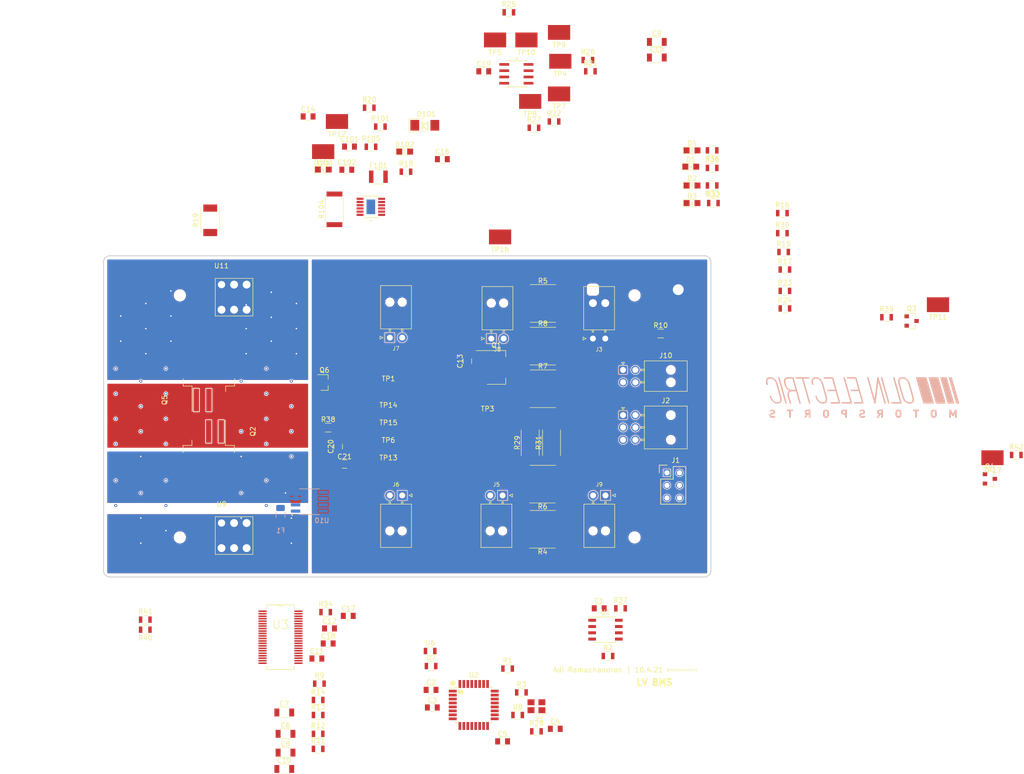
<source format=kicad_pcb>
(kicad_pcb (version 20171130) (host pcbnew 5.1.9-73d0e3b20d~88~ubuntu20.04.1)
  (layers (0 F.Cu signal) (1 In1.Cu power) (2 In2.Cu power) (31 B.Cu signal) (34 B.Paste user) (35 F.Paste user) (36 B.SilkS user) (37 F.SilkS user) (38 B.Mask user) (39 F.Mask user) (44 Edge.Cuts user))
  (net 0 "")
  (net 1 GND)
  (net 2 "Net-(C101-Pad1)")
  (net 3 "Net-(D102-Pad2)")
  (net 4 "Net-(D103-Pad2)")
  (net 5 +5V)
  (net 6 "Net-(C3-Pad1)")
  (net 7 "Net-(C4-Pad1)")
  (net 8 "Net-(C5-Pad1)")
  (net 9 "Net-(C6-Pad2)")
  (net 10 "Net-(C6-Pad1)")
  (net 11 "Net-(C7-Pad2)")
  (net 12 "Net-(C8-Pad2)")
  (net 13 "Net-(C10-Pad1)")
  (net 14 "Net-(C10-Pad2)")
  (net 15 "Net-(C11-Pad1)")
  (net 16 "Net-(C12-Pad1)")
  (net 17 "Net-(C13-Pad1)")
  (net 18 "Net-(C14-Pad1)")
  (net 19 "Net-(C15-Pad1)")
  (net 20 "Net-(C16-Pad1)")
  (net 21 /VREG)
  (net 22 "Net-(C18-Pad2)")
  (net 23 /ON_STATE_CMPNTS_-)
  (net 24 "Net-(C20-Pad1)")
  (net 25 "Net-(D1-Pad2)")
  (net 26 "Net-(D2-Pad2)")
  (net 27 "Net-(D3-Pad2)")
  (net 28 "Net-(D4-Pad2)")
  (net 29 /BATT_4)
  (net 30 /RESET)
  (net 31 /MOSI)
  (net 32 /SCK)
  (net 33 /MISO)
  (net 34 "Net-(J2-Pad6)")
  (net 35 /BATT_3)
  (net 36 /BATT_2)
  (net 37 /BATT_1)
  (net 38 /THERM_5_+)
  (net 39 /THERM_4_+)
  (net 40 /THERM_3_+)
  (net 41 /THERM_0_+)
  (net 42 /THERM_1_+)
  (net 43 /THERM_2_+)
  (net 44 /CAN+)
  (net 45 /CAN-)
  (net 46 "Net-(Q1-Pad1)")
  (net 47 "Net-(Q2-Pad2)")
  (net 48 "Net-(Q2-Pad1)")
  (net 49 "Net-(R4-Pad1)")
  (net 50 "Net-(R5-Pad1)")
  (net 51 "Net-(R6-Pad1)")
  (net 52 "Net-(R7-Pad1)")
  (net 53 "Net-(R14-Pad1)")
  (net 54 "Net-(R18-Pad2)")
  (net 55 "Net-(R19-Pad2)")
  (net 56 /BATTERY_SIDE_DIV_SIG)
  (net 57 /PACK_SIDE_CURRENT_PATH)
  (net 58 /LOAD_SIDE_CURRENT_PATH)
  (net 59 /LOAD_SIDE_DIV_SIG)
  (net 60 /CSB)
  (net 61 /LED_0_+)
  (net 62 /LED_1_+)
  (net 63 /MISO_LIM)
  (net 64 /LED_2_+)
  (net 65 /ON_STATE_CMPNTS_FET_DRIVE)
  (net 66 /CAN_STBY)
  (net 67 /LOAD_SWITCH_FET_DRIVE)
  (net 68 /COMP_1_OUT)
  (net 69 /COMP_2_OUT)
  (net 70 "Net-(U1-Pad5)")
  (net 71 /CAN_RX)
  (net 72 /CAN_TX)
  (net 73 "Net-(U2-Pad32)")
  (net 74 "Net-(U2-Pad29)")
  (net 75 /CURRENT_SENSE_SIGNAL)
  (net 76 "Net-(U2-Pad21)")
  (net 77 "Net-(U3-Pad2)")
  (net 78 "Net-(U3-Pad5)")
  (net 79 "Net-(U3-Pad7)")
  (net 80 "Net-(U3-Pad18)")
  (net 81 "Net-(U3-Pad19)")
  (net 82 "Net-(U3-Pad20)")
  (net 83 "Net-(U3-Pad25)")
  (net 84 /SCK_LIM)
  (net 85 /MOSI_LIM)
  (net 86 "Net-(U3-Pad42)")
  (net 87 "Net-(U4-Pad5)")
  (net 88 /SHUNT_LOAD_SIDE)
  (net 89 /BATT_SIDE_DIV_SIG)
  (net 90 "Net-(Q2-Pad3)")
  (net 91 "Net-(U4-Pad9)")
  (net 92 "Net-(F1-Pad1)")
  (net 93 "Net-(Q6-Pad3)")
  (net 94 /FAN_PWM_LSD)
  (net 95 "Net-(Q3-Pad2)")
  (net 96 /FAN_PWM)
  (module footprints:Test_Point_SMD (layer F.Cu) (at 197.214999 114.038999)
    (fp_text reference TP17 (at 0 2.54) (layer F.SilkS))
    (fp_text value Test_Point_SMD)
    (pad 1 smd rect (at 0 0) (size 4.5 3) (layers F.Cu F.Paste F.Mask) (net 94 /FAN_PWM_LSD))
  )
  (module footprints:R_0805_OEM (layer F.Cu) (at 202.04 113.479)
    (fp_text reference R42 (at 0 -1.65) (layer F.SilkS))
    (fp_text value R_100K hide)
    (pad 2 smd rect (at 0.95 0) (size 0.7 1.3) (layers F.Cu F.Paste F.Mask) (net 1 GND))
    (pad 1 smd rect (at -0.95 0) (size 0.7 1.3) (layers F.Cu F.Paste F.Mask) (net 96 /FAN_PWM))
  )
  (module Package_TO_SOT_SMD:SOT-23 (layer F.Cu) (at 196.69 118.314)
    (fp_text reference Q4 (at 0 -2.5) (layer F.SilkS))
    (fp_text value BSS138)
    (pad 3 smd rect (at 1 0) (size 0.9 0.8) (layers F.Cu F.Paste F.Mask) (net 94 /FAN_PWM_LSD))
    (pad 2 smd rect (at -1 0.95) (size 0.9 0.8) (layers F.Cu F.Paste F.Mask) (net 1 GND))
    (pad 1 smd rect (at -1 -0.95) (size 0.9 0.8) (layers F.Cu F.Paste F.Mask) (net 96 /FAN_PWM))
  )
  (module footprints:NanoFit_Molex_1x02x2.50mm_Angled_OEM (layer F.Cu) (at 116.332 89.916)
    (fp_text reference J3 (at 1.25 2.2) (layer F.SilkS) (effects (font (size 0.8 0.8) (thickness 0.12))))
    (fp_text value NanoFit_RA_TH_02 hide)
    (pad "" np_thru_hole circle (at 2.5 -7.18) (size 1.6 1.6) (drill 1.6) (layers *.Cu *.Mask))
    (pad "" np_thru_hole circle (at 0 -7.18) (size 1.6 1.6) (drill 1.6) (layers *.Cu *.Mask))
    (pad 2 thru_hole circle (at 2.5 0) (size 1.9 1.9) (drill 1.2) (layers *.Cu *.Mask) (net 5 +5V))
    (pad 1 thru_hole rect (at 0 0) (size 1.9 1.9) (drill 1.2) (layers *.Cu *.Mask) (net 94 /FAN_PWM_LSD))
  )
  (module footprints:R_0805_OEM (layer F.Cu) (at 175.768 85.598)
    (fp_text reference R39 (at 0 -1.65) (layer F.SilkS))
    (fp_text value R_100K hide)
    (pad 2 smd rect (at 0.95 0) (size 0.7 1.3) (layers F.Cu F.Paste F.Mask) (net 95 "Net-(Q3-Pad2)"))
    (pad 1 smd rect (at -0.95 0) (size 0.7 1.3) (layers F.Cu F.Paste F.Mask) (net 65 /ON_STATE_CMPNTS_FET_DRIVE))
  )
  (module Package_TO_SOT_SMD:SOT-23 (layer F.Cu) (at 180.848 86.36)
    (fp_text reference Q3 (at 0 -2.5) (layer F.SilkS))
    (fp_text value BSS138)
    (pad 3 smd rect (at 1 0) (size 0.9 0.8) (layers F.Cu F.Paste F.Mask) (net 23 /ON_STATE_CMPNTS_-))
    (pad 2 smd rect (at -1 0.95) (size 0.9 0.8) (layers F.Cu F.Paste F.Mask) (net 95 "Net-(Q3-Pad2)"))
    (pad 1 smd rect (at -1 -0.95) (size 0.9 0.8) (layers F.Cu F.Paste F.Mask) (net 65 /ON_STATE_CMPNTS_FET_DRIVE))
  )
  (module footprints:R_0805_OEM (layer F.Cu) (at 154.686 68.58)
    (fp_text reference R30 (at 0 -1.65) (layer F.SilkS))
    (fp_text value R_10K hide)
    (pad 2 smd rect (at 0.95 0) (size 0.7 1.3) (layers F.Cu F.Paste F.Mask) (net 41 /THERM_0_+))
    (pad 1 smd rect (at -0.95 0) (size 0.7 1.3) (layers F.Cu F.Paste F.Mask) (net 5 +5V))
  )
  (module footprints:R_0805_OEM (layer F.Cu) (at 155.194 83.82)
    (fp_text reference R24 (at 0 -1.65) (layer F.SilkS))
    (fp_text value R_10K hide)
    (pad 2 smd rect (at 0.95 0) (size 0.7 1.3) (layers F.Cu F.Paste F.Mask) (net 42 /THERM_1_+))
    (pad 1 smd rect (at -0.95 0) (size 0.7 1.3) (layers F.Cu F.Paste F.Mask) (net 5 +5V))
  )
  (module footprints:R_0805_OEM (layer F.Cu) (at 155.194 80.264)
    (fp_text reference R23 (at 0 -1.65) (layer F.SilkS))
    (fp_text value R_10K hide)
    (pad 2 smd rect (at 0.95 0) (size 0.7 1.3) (layers F.Cu F.Paste F.Mask) (net 43 /THERM_2_+))
    (pad 1 smd rect (at -0.95 0) (size 0.7 1.3) (layers F.Cu F.Paste F.Mask) (net 5 +5V))
  )
  (module footprints:Test_Point_SMD (layer F.Cu) (at 186.182 83.058)
    (fp_text reference TP11 (at 0 2.54) (layer F.SilkS))
    (fp_text value Test_Point_SMD)
    (pad 1 smd rect (at 0 0) (size 4.5 3) (layers F.Cu F.Paste F.Mask) (net 23 /ON_STATE_CMPNTS_-))
  )
  (module footprints:R_0805_OEM (layer F.Cu) (at 155.194 75.946)
    (fp_text reference R17 (at 0 -1.65) (layer F.SilkS))
    (fp_text value R_10K hide)
    (pad 2 smd rect (at 0.95 0) (size 0.7 1.3) (layers F.Cu F.Paste F.Mask) (net 40 /THERM_3_+))
    (pad 1 smd rect (at -0.95 0) (size 0.7 1.3) (layers F.Cu F.Paste F.Mask) (net 5 +5V))
  )
  (module footprints:R_0805_OEM (layer F.Cu) (at 154.686 64.516)
    (fp_text reference R16 (at 0 -1.65) (layer F.SilkS))
    (fp_text value R_10K hide)
    (pad 2 smd rect (at 0.95 0) (size 0.7 1.3) (layers F.Cu F.Paste F.Mask) (net 39 /THERM_4_+))
    (pad 1 smd rect (at -0.95 0) (size 0.7 1.3) (layers F.Cu F.Paste F.Mask) (net 5 +5V))
  )
  (module footprints:R_0805_OEM (layer F.Cu) (at 154.94 72.39)
    (fp_text reference R15 (at 0 -1.65) (layer F.SilkS))
    (fp_text value R_10K hide)
    (pad 2 smd rect (at 0.95 0) (size 0.7 1.3) (layers F.Cu F.Paste F.Mask) (net 38 /THERM_5_+))
    (pad 1 smd rect (at -0.95 0) (size 0.7 1.3) (layers F.Cu F.Paste F.Mask) (net 5 +5V))
  )
  (module footprints:MSOP-12_MSE (layer F.Cu) (at 71.374 63.246 180)
    (fp_text reference U4 (at 0 -2.8165) (layer F.SilkS) (effects (font (size 0.323574 0.323574) (thickness 0.080894))))
    (fp_text value LT3066IMSE-5)
    (pad 13 smd rect (at 0 0 180) (size 1.7526 2.9464) (layers B.Cu B.Mask))
    (pad 12 smd rect (at 2.1844 -1.6256 180) (size 1.397 0.4318) (layers F.Cu F.Paste F.Mask) (net 20 "Net-(C16-Pad1)"))
    (pad 11 smd rect (at 2.1844 -0.975359 180) (size 1.397 0.4318) (layers F.Cu F.Paste F.Mask) (net 20 "Net-(C16-Pad1)"))
    (pad 10 smd rect (at 2.1844 -0.325119 180) (size 1.397 0.4318) (layers F.Cu F.Paste F.Mask) (net 20 "Net-(C16-Pad1)"))
    (pad 9 smd rect (at 2.1844 0.325119 180) (size 1.397 0.4318) (layers F.Cu F.Paste F.Mask) (net 91 "Net-(U4-Pad9)"))
    (pad 8 smd rect (at 2.1844 0.975359 180) (size 1.397 0.4318) (layers F.Cu F.Paste F.Mask) (net 1 GND))
    (pad 7 smd rect (at 2.1844 1.6256 180) (size 1.397 0.4318) (layers F.Cu F.Paste F.Mask) (net 19 "Net-(C15-Pad1)"))
    (pad 6 smd rect (at -2.1844 1.6256 180) (size 1.397 0.4318) (layers F.Cu F.Paste F.Mask) (net 1 GND))
    (pad 5 smd rect (at -2.1844 0.975359 180) (size 1.397 0.4318) (layers F.Cu F.Paste F.Mask) (net 87 "Net-(U4-Pad5)"))
    (pad 4 smd rect (at -2.1844 0.325119 180) (size 1.397 0.4318) (layers F.Cu F.Paste F.Mask) (net 54 "Net-(R18-Pad2)"))
    (pad 3 smd rect (at -2.1844 -0.325119 180) (size 1.397 0.4318) (layers F.Cu F.Paste F.Mask) (net 2 "Net-(C101-Pad1)"))
    (pad 2 smd rect (at -2.1844 -0.975359 180) (size 1.397 0.4318) (layers F.Cu F.Paste F.Mask) (net 2 "Net-(C101-Pad1)"))
    (pad 1 smd rect (at -2.1844 -1.6256 180) (size 1.397 0.4318) (layers F.Cu F.Paste F.Mask) (net 18 "Net-(C14-Pad1)"))
  )
  (module footprints:Test_Point_SMD (layer F.Cu) (at 97.536 69.342)
    (fp_text reference TP16 (at 0 2.54) (layer F.SilkS))
    (fp_text value Test_Point_SMD)
    (pad 1 smd rect (at 0 0) (size 4.5 3) (layers F.Cu F.Paste F.Mask) (net 1 GND))
  )
  (module footprints:R_0805_OEM (layer F.Cu) (at 140.462 51.816 180)
    (fp_text reference R36 (at 0 -1.65) (layer F.SilkS))
    (fp_text value R_200 hide)
    (pad 2 smd rect (at 0.95 0 180) (size 0.7 1.3) (layers F.Cu F.Paste F.Mask) (net 28 "Net-(D4-Pad2)"))
    (pad 1 smd rect (at -0.95 0 180) (size 0.7 1.3) (layers F.Cu F.Paste F.Mask) (net 65 /ON_STATE_CMPNTS_FET_DRIVE))
  )
  (module footprints:Fuse_1210 (layer F.Cu) (at 72.898 57.15)
    (fp_text reference F101 (at 0 -2.25) (layer F.SilkS))
    (fp_text value F_500mA_16V hide)
    (pad 1 smd rect (at -1.45 0) (size 0.9 2.5) (layers F.Cu F.Paste F.Mask) (net 2 "Net-(C101-Pad1)"))
    (pad 2 smd rect (at 1.45 0) (size 0.9 2.5) (layers F.Cu F.Paste F.Mask) (net 29 /BATT_4))
  )
  (module footprints:SO-8_S (layer F.Cu) (at 100.838 36.322)
    (fp_text reference U5 (at 0 -3.0717) (layer F.SilkS) (effects (font (size 0.314961 0.314961) (thickness 0.07874))))
    (fp_text value LT1017IS8)
    (pad 8 smd rect (at 2.4638 -1.905) (size 1.9812 0.5334) (layers F.Cu F.Paste F.Mask) (net 89 /BATT_SIDE_DIV_SIG))
    (pad 7 smd rect (at 2.4638 -0.635) (size 1.9812 0.5334) (layers F.Cu F.Paste F.Mask) (net 68 /COMP_1_OUT))
    (pad 6 smd rect (at 2.4638 0.635) (size 1.9812 0.5334) (layers F.Cu F.Paste F.Mask) (net 5 +5V))
    (pad 5 smd rect (at 2.4638 1.905) (size 1.9812 0.5334) (layers F.Cu F.Paste F.Mask) (net 69 /COMP_2_OUT))
    (pad 4 smd rect (at -2.4638 1.905) (size 1.9812 0.5334) (layers F.Cu F.Paste F.Mask) (net 59 /LOAD_SIDE_DIV_SIG))
    (pad 3 smd rect (at -2.4638 0.635) (size 1.9812 0.5334) (layers F.Cu F.Paste F.Mask) (net 29 /BATT_4))
    (pad 2 smd rect (at -2.4638 -0.635) (size 1.9812 0.5334) (layers F.Cu F.Paste F.Mask) (net 1 GND))
    (pad 1 smd rect (at -2.4638 -1.905) (size 1.9812 0.5334) (layers F.Cu F.Paste F.Mask) (net 88 /SHUNT_LOAD_SIDE))
  )
  (module footprints:LED_0805_OEM (layer F.Cu) (at 78.232 52.07)
    (fp_text reference D102 (at 0 -1.45) (layer F.SilkS))
    (fp_text value LED_0805 hide)
    (pad 2 smd rect (at 1.1 0 180) (size 1.2 1.2) (layers F.Cu F.Paste F.Mask) (net 3 "Net-(D102-Pad2)"))
    (pad 1 smd rect (at -1.1 0 180) (size 1.2 1.2) (layers F.Cu F.Paste F.Mask) (net 1 GND))
  )
  (module footprints:Test_Point_SMD (layer F.Cu) (at 64.516 45.974)
    (fp_text reference TP12 (at 0 2.54) (layer F.SilkS))
    (fp_text value Test_Point_SMD)
    (pad 1 smd rect (at 0 0) (size 4.5 3) (layers F.Cu F.Paste F.Mask) (net 29 /BATT_4))
  )
  (module footprints:R_0805_OEM (layer F.Cu) (at 71.406 51.084)
    (fp_text reference R105 (at 0 -1.65) (layer F.SilkS))
    (fp_text value R_200 hide)
    (pad 1 smd rect (at -0.95 0) (size 0.7 1.3) (layers F.Cu F.Paste F.Mask) (net 20 "Net-(C16-Pad1)"))
    (pad 2 smd rect (at 0.95 0) (size 0.7 1.3) (layers F.Cu F.Paste F.Mask) (net 4 "Net-(D103-Pad2)"))
  )
  (module footprints:LED_0805_OEM (layer F.Cu) (at 136.398 51.816)
    (fp_text reference D4 (at 0 -1.45) (layer F.SilkS))
    (fp_text value LED_0805 hide)
    (pad 1 smd rect (at -1.1 0 180) (size 1.2 1.2) (layers F.Cu F.Paste F.Mask) (net 1 GND))
    (pad 2 smd rect (at 1.1 0 180) (size 1.2 1.2) (layers F.Cu F.Paste F.Mask) (net 28 "Net-(D4-Pad2)"))
  )
  (module footprints:LED_0805_OEM (layer F.Cu) (at 136.398 62.484)
    (fp_text reference D3 (at 0 -1.45) (layer F.SilkS))
    (fp_text value LED_0805 hide)
    (pad 1 smd rect (at -1.1 0 180) (size 1.2 1.2) (layers F.Cu F.Paste F.Mask) (net 1 GND))
    (pad 2 smd rect (at 1.1 0 180) (size 1.2 1.2) (layers F.Cu F.Paste F.Mask) (net 27 "Net-(D3-Pad2)"))
  )
  (module footprints:LED_0805_OEM (layer F.Cu) (at 136.398 58.928)
    (fp_text reference D2 (at 0 -1.45) (layer F.SilkS))
    (fp_text value LED_0805_Red hide)
    (pad 1 smd rect (at -1.1 0 180) (size 1.2 1.2) (layers F.Cu F.Paste F.Mask) (net 1 GND))
    (pad 2 smd rect (at 1.1 0 180) (size 1.2 1.2) (layers F.Cu F.Paste F.Mask) (net 26 "Net-(D2-Pad2)"))
  )
  (module footprints:LED_0805_OEM (layer F.Cu) (at 136.144 55.118)
    (fp_text reference D1 (at 0 -1.45) (layer F.SilkS))
    (fp_text value LED_0805_Red hide)
    (pad 1 smd rect (at -1.1 0 180) (size 1.2 1.2) (layers F.Cu F.Paste F.Mask) (net 1 GND))
    (pad 2 smd rect (at 1.1 0 180) (size 1.2 1.2) (layers F.Cu F.Paste F.Mask) (net 25 "Net-(D1-Pad2)"))
  )
  (module footprints:C_0805_OEM (layer F.Cu) (at 94.234 35.814)
    (fp_text reference C19 (at 0 -1.5) (layer F.SilkS))
    (fp_text value C_0.1uF hide)
    (pad 2 smd rect (at 1 0) (size 1 1.25) (layers F.Cu F.Paste F.Mask) (net 1 GND))
    (pad 1 smd rect (at -1 0) (size 1 1.25) (layers F.Cu F.Paste F.Mask) (net 5 +5V))
  )
  (module footprints:C_0805_OEM (layer F.Cu) (at 85.852 53.594)
    (fp_text reference C16 (at 0 -1.5) (layer F.SilkS))
    (fp_text value C_10uF hide)
    (pad 2 smd rect (at 1 0) (size 1 1.25) (layers F.Cu F.Paste F.Mask) (net 1 GND))
    (pad 1 smd rect (at -1 0) (size 1 1.25) (layers F.Cu F.Paste F.Mask) (net 20 "Net-(C16-Pad1)"))
  )
  (module footprints:C_1206_OEM (layer F.Cu) (at 129.268 33.024)
    (fp_text reference C15 (at 0 -1.75) (layer F.SilkS))
    (fp_text value C_10nF hide)
    (pad 1 smd rect (at -1.5 0) (size 1 1.6) (layers F.Cu F.Paste F.Mask) (net 19 "Net-(C15-Pad1)"))
    (pad 2 smd rect (at 1.5 0) (size 1 1.6) (layers F.Cu F.Paste F.Mask) (net 1 GND))
  )
  (module footprints:C_0805_OEM (layer F.Cu) (at 58.674 44.958)
    (fp_text reference C14 (at 0 -1.5) (layer F.SilkS))
    (fp_text value C_470pF hide)
    (pad 2 smd rect (at 1 0) (size 1 1.25) (layers F.Cu F.Paste F.Mask) (net 1 GND))
    (pad 1 smd rect (at -1 0) (size 1 1.25) (layers F.Cu F.Paste F.Mask) (net 18 "Net-(C14-Pad1)"))
  )
  (module footprints:C_1206_OEM (layer F.Cu) (at 129.268 29.864)
    (fp_text reference C9 (at 0 -1.75) (layer F.SilkS))
    (fp_text value C_10nF hide)
    (pad 1 smd rect (at -1.5 0) (size 1 1.6) (layers F.Cu F.Paste F.Mask) (net 12 "Net-(C8-Pad2)"))
    (pad 2 smd rect (at 1.5 0) (size 1 1.6) (layers F.Cu F.Paste F.Mask) (net 13 "Net-(C10-Pad1)"))
  )
  (module footprints:R_2512_OEM (layer F.Cu) (at 64.008 63.754 90)
    (fp_text reference R104 (at 0 -2.6 90) (layer F.SilkS))
    (fp_text value R_0_2512 hide)
    (pad 1 smd rect (at -3.1 0 90) (size 1 3.2) (layers F.Cu F.Paste F.Mask) (net 20 "Net-(C16-Pad1)"))
    (pad 2 smd rect (at 3.1 0 90) (size 1 3.2) (layers F.Cu F.Paste F.Mask) (net 5 +5V))
  )
  (module footprints:LED_0805_OEM (layer F.Cu) (at 61.756 55.699)
    (fp_text reference D103 (at 0 -1.45) (layer F.SilkS))
    (fp_text value LED_0805 hide)
    (pad 2 smd rect (at 1.1 0 180) (size 1.2 1.2) (layers F.Cu F.Paste F.Mask) (net 4 "Net-(D103-Pad2)"))
    (pad 1 smd rect (at -1.1 0 180) (size 1.2 1.2) (layers F.Cu F.Paste F.Mask) (net 1 GND))
  )
  (module footprints:Test_Point_SMD (layer F.Cu) (at 109.728 33.782)
    (fp_text reference TP4 (at 0 2.54) (layer F.SilkS))
    (fp_text value Test_Point_SMD)
    (pad 1 smd rect (at 0 0) (size 4.5 3) (layers F.Cu F.Paste F.Mask) (net 68 /COMP_1_OUT))
  )
  (module footprints:Test_Point_SMD (layer F.Cu) (at 61.722 52.07)
    (fp_text reference TP2 (at 0 2.54) (layer F.SilkS))
    (fp_text value Test_Point_SMD)
    (pad 1 smd rect (at 0 0) (size 4.5 3) (layers F.Cu F.Paste F.Mask) (net 20 "Net-(C16-Pad1)"))
  )
  (module footprints:C_0805_OEM (layer F.Cu) (at 66.506 55.734)
    (fp_text reference C102 (at 0 -1.5) (layer F.SilkS))
    (fp_text value C_2.2uF hide)
    (pad 1 smd rect (at -1 0) (size 1 1.25) (layers F.Cu F.Paste F.Mask) (net 2 "Net-(C101-Pad1)"))
    (pad 2 smd rect (at 1 0) (size 1 1.25) (layers F.Cu F.Paste F.Mask) (net 1 GND))
  )
  (module footprints:DO-214AA (layer F.Cu) (at 82.296 46.736)
    (fp_text reference D101 (at 0.3 -2.25) (layer F.SilkS))
    (fp_text value D_Zener_18V hide)
    (pad 2 smd rect (at 2.032 0 180) (size 1.778 2.159) (layers F.Cu F.Paste F.Mask) (net 1 GND))
    (pad 1 smd rect (at -2.032 0 180) (size 1.778 2.159) (layers F.Cu F.Paste F.Mask) (net 2 "Net-(C101-Pad1)"))
  )
  (module footprints:R_0805_OEM (layer F.Cu) (at 140.462 55.372)
    (fp_text reference R35 (at 0 -1.65) (layer F.SilkS))
    (fp_text value R_200 hide)
    (pad 2 smd rect (at 0.95 0) (size 0.7 1.3) (layers F.Cu F.Paste F.Mask) (net 27 "Net-(D3-Pad2)"))
    (pad 1 smd rect (at -0.95 0) (size 0.7 1.3) (layers F.Cu F.Paste F.Mask) (net 64 /LED_2_+))
  )
  (module footprints:R_0805_OEM (layer F.Cu) (at 140.462 58.928 180)
    (fp_text reference R33 (at 0 -1.65) (layer F.SilkS))
    (fp_text value R_200 hide)
    (pad 2 smd rect (at 0.95 0 180) (size 0.7 1.3) (layers F.Cu F.Paste F.Mask) (net 26 "Net-(D2-Pad2)"))
    (pad 1 smd rect (at -0.95 0 180) (size 0.7 1.3) (layers F.Cu F.Paste F.Mask) (net 62 /LED_1_+))
  )
  (module footprints:R_0805_OEM (layer F.Cu) (at 140.716 62.484)
    (fp_text reference R32 (at 0 -1.65) (layer F.SilkS))
    (fp_text value R_200 hide)
    (pad 2 smd rect (at 0.95 0) (size 0.7 1.3) (layers F.Cu F.Paste F.Mask) (net 25 "Net-(D1-Pad2)"))
    (pad 1 smd rect (at -0.95 0) (size 0.7 1.3) (layers F.Cu F.Paste F.Mask) (net 61 /LED_0_+))
  )
  (module footprints:R_0805_OEM (layer F.Cu) (at 104.394 47.244)
    (fp_text reference R27 (at 0 -1.65) (layer F.SilkS))
    (fp_text value R_1M hide)
    (pad 2 smd rect (at 0.95 0) (size 0.7 1.3) (layers F.Cu F.Paste F.Mask) (net 1 GND))
    (pad 1 smd rect (at -0.95 0) (size 0.7 1.3) (layers F.Cu F.Paste F.Mask) (net 59 /LOAD_SIDE_DIV_SIG))
  )
  (module footprints:R_0805_OEM (layer F.Cu) (at 115.316 33.528)
    (fp_text reference R26 (at 0 -1.65) (layer F.SilkS))
    (fp_text value R_100K hide)
    (pad 2 smd rect (at 0.95 0) (size 0.7 1.3) (layers F.Cu F.Paste F.Mask) (net 59 /LOAD_SIDE_DIV_SIG))
    (pad 1 smd rect (at -0.95 0) (size 0.7 1.3) (layers F.Cu F.Paste F.Mask) (net 58 /LOAD_SIDE_CURRENT_PATH))
  )
  (module footprints:R_0805_OEM (layer F.Cu) (at 99.314 23.876)
    (fp_text reference R25 (at 0 -1.65) (layer F.SilkS))
    (fp_text value R_402K hide)
    (pad 2 smd rect (at 0.95 0) (size 0.7 1.3) (layers F.Cu F.Paste F.Mask) (net 57 /PACK_SIDE_CURRENT_PATH))
    (pad 1 smd rect (at -0.95 0) (size 0.7 1.3) (layers F.Cu F.Paste F.Mask) (net 58 /LOAD_SIDE_CURRENT_PATH))
  )
  (module footprints:C_0805_OEM (layer F.Cu) (at 67.056 51.054)
    (fp_text reference C101 (at 0 -1.5) (layer F.SilkS))
    (fp_text value C_0.1uF hide)
    (pad 1 smd rect (at -1 0) (size 1 1.25) (layers F.Cu F.Paste F.Mask) (net 2 "Net-(C101-Pad1)"))
    (pad 2 smd rect (at 1 0) (size 1 1.25) (layers F.Cu F.Paste F.Mask) (net 1 GND))
  )
  (module footprints:R_0805_OEM (layer F.Cu) (at 73.306 47.004)
    (fp_text reference R101 (at 0 -1.65) (layer F.SilkS))
    (fp_text value R_1K hide)
    (pad 1 smd rect (at -0.95 0) (size 0.7 1.3) (layers F.Cu F.Paste F.Mask) (net 2 "Net-(C101-Pad1)"))
    (pad 2 smd rect (at 0.95 0) (size 0.7 1.3) (layers F.Cu F.Paste F.Mask) (net 3 "Net-(D102-Pad2)"))
  )
  (module footprints:Test_Point_SMD (layer F.Cu) (at 103.632 41.91)
    (fp_text reference TP8 (at 0 2.54) (layer F.SilkS))
    (fp_text value Test_Point_SMD)
    (pad 1 smd rect (at 0 0) (size 4.5 3) (layers F.Cu F.Paste F.Mask) (net 59 /LOAD_SIDE_DIV_SIG))
  )
  (module footprints:Test_Point_SMD (layer F.Cu) (at 109.474 40.386)
    (fp_text reference TP7 (at 0 2.54) (layer F.SilkS))
    (fp_text value Test_Point_SMD)
    (pad 1 smd rect (at 0 0) (size 4.5 3) (layers F.Cu F.Paste F.Mask) (net 56 /BATTERY_SIDE_DIV_SIG))
  )
  (module footprints:Test_Point_SMD (layer F.Cu) (at 96.52 29.464)
    (fp_text reference TP5 (at 0 2.54) (layer F.SilkS))
    (fp_text value Test_Point_SMD)
    (pad 1 smd rect (at 0 0) (size 4.5 3) (layers F.Cu F.Paste F.Mask) (net 57 /PACK_SIDE_CURRENT_PATH))
  )
  (module footprints:Test_Point_SMD (layer F.Cu) (at 102.87 29.464)
    (fp_text reference TP10 (at 0 2.54) (layer F.SilkS))
    (fp_text value Test_Point_SMD)
    (pad 1 smd rect (at 0 0) (size 4.5 3) (layers F.Cu F.Paste F.Mask) (net 69 /COMP_2_OUT))
  )
  (module footprints:Test_Point_SMD (layer F.Cu) (at 109.474 27.94)
    (fp_text reference TP9 (at 0 2.54) (layer F.SilkS))
    (fp_text value Test_Point_SMD)
    (pad 1 smd rect (at 0 0) (size 4.5 3) (layers F.Cu F.Paste F.Mask) (net 58 /LOAD_SIDE_CURRENT_PATH))
  )
  (module footprints:R_0805_OEM (layer F.Cu) (at 108.458 45.974)
    (fp_text reference R22 (at 0 -1.65) (layer F.SilkS))
    (fp_text value R_1M hide)
    (pad 1 smd rect (at -0.95 0) (size 0.7 1.3) (layers F.Cu F.Paste F.Mask) (net 56 /BATTERY_SIDE_DIV_SIG))
    (pad 2 smd rect (at 0.95 0) (size 0.7 1.3) (layers F.Cu F.Paste F.Mask) (net 1 GND))
  )
  (module footprints:R_0805_OEM (layer F.Cu) (at 115.824 35.814)
    (fp_text reference R21 (at 0 -1.65) (layer F.SilkS))
    (fp_text value R_100K hide)
    (pad 2 smd rect (at 0.95 0) (size 0.7 1.3) (layers F.Cu F.Paste F.Mask) (net 56 /BATTERY_SIDE_DIV_SIG))
    (pad 1 smd rect (at -0.95 0) (size 0.7 1.3) (layers F.Cu F.Paste F.Mask) (net 57 /PACK_SIDE_CURRENT_PATH))
  )
  (module footprints:R_0805_OEM (layer F.Cu) (at 71.054 43.18)
    (fp_text reference R20 (at 0 -1.65) (layer F.SilkS))
    (fp_text value R_10K hide)
    (pad 2 smd rect (at 0.95 0) (size 0.7 1.3) (layers F.Cu F.Paste F.Mask) (net 1 GND))
    (pad 1 smd rect (at -0.95 0) (size 0.7 1.3) (layers F.Cu F.Paste F.Mask) (net 55 "Net-(R19-Pad2)"))
  )
  (module footprints:R_2010_Vishay (layer F.Cu) (at 38.862 65.975)
    (fp_text reference R19 (at -2.9 0 90) (layer F.SilkS))
    (fp_text value R_1.5k)
    (pad 2 smd rect (at 0 -2.475) (size 2.8 1.45) (layers F.Cu F.Paste F.Mask) (net 55 "Net-(R19-Pad2)"))
    (pad 1 smd rect (at 0 2.475) (size 2.8 1.45) (layers F.Cu F.Paste F.Mask) (net 54 "Net-(R18-Pad2)"))
  )
  (module footprints:R_0805_OEM (layer F.Cu) (at 78.486 56.134)
    (fp_text reference R18 (at 0 -1.65) (layer F.SilkS))
    (fp_text value R_100K hide)
    (pad 2 smd rect (at 0.95 0) (size 0.7 1.3) (layers F.Cu F.Paste F.Mask) (net 54 "Net-(R18-Pad2)"))
    (pad 1 smd rect (at -0.95 0) (size 0.7 1.3) (layers F.Cu F.Paste F.Mask) (net 2 "Net-(C101-Pad1)"))
  )
  (module footprints:SOP50P780X200-44N (layer F.Cu) (at 53.086 150.368)
    (fp_text reference U3 (at 0 -2.54) (layer F.SilkS) (effects (font (size 1.716898 1.716898))))
    (fp_text value LTC6810HG-2)
    (pad 1 smd rect (at -3.6322 -5.2578) (size 1.651 0.3048) (layers F.Cu F.Paste F.Mask) (net 1 GND))
    (pad 2 smd rect (at -3.6322 -4.7498) (size 1.651 0.3048) (layers F.Cu F.Paste F.Mask) (net 77 "Net-(U3-Pad2)"))
    (pad 3 smd rect (at -3.6322 -4.2418) (size 1.651 0.3048) (layers F.Cu F.Paste F.Mask) (net 22 "Net-(C18-Pad2)"))
    (pad 4 smd rect (at -3.6322 -3.7592) (size 1.651 0.3048) (layers F.Cu F.Paste F.Mask) (net 10 "Net-(C6-Pad1)"))
    (pad 5 smd rect (at -3.6322 -3.2512) (size 1.651 0.3048) (layers F.Cu F.Paste F.Mask) (net 78 "Net-(U3-Pad5)"))
    (pad 6 smd rect (at -3.6322 -2.7432) (size 1.651 0.3048) (layers F.Cu F.Paste F.Mask) (net 10 "Net-(C6-Pad1)"))
    (pad 7 smd rect (at -3.6322 -2.2606) (size 1.651 0.3048) (layers F.Cu F.Paste F.Mask) (net 79 "Net-(U3-Pad7)"))
    (pad 8 smd rect (at -3.6322 -1.7526) (size 1.651 0.3048) (layers F.Cu F.Paste F.Mask) (net 10 "Net-(C6-Pad1)"))
    (pad 9 smd rect (at -3.6322 -1.2446) (size 1.651 0.3048) (layers F.Cu F.Paste F.Mask) (net 49 "Net-(R4-Pad1)"))
    (pad 10 smd rect (at -3.6322 -0.762) (size 1.651 0.3048) (layers F.Cu F.Paste F.Mask) (net 9 "Net-(C6-Pad2)"))
    (pad 11 smd rect (at -3.6322 -0.254) (size 1.651 0.3048) (layers F.Cu F.Paste F.Mask) (net 50 "Net-(R5-Pad1)"))
    (pad 12 smd rect (at -3.6322 0.254) (size 1.651 0.3048) (layers F.Cu F.Paste F.Mask) (net 11 "Net-(C7-Pad2)"))
    (pad 13 smd rect (at -3.6322 0.762) (size 1.651 0.3048) (layers F.Cu F.Paste F.Mask) (net 51 "Net-(R6-Pad1)"))
    (pad 14 smd rect (at -3.6322 1.2446) (size 1.651 0.3048) (layers F.Cu F.Paste F.Mask) (net 12 "Net-(C8-Pad2)"))
    (pad 15 smd rect (at -3.6322 1.7526) (size 1.651 0.3048) (layers F.Cu F.Paste F.Mask) (net 52 "Net-(R7-Pad1)"))
    (pad 16 smd rect (at -3.6322 2.2606) (size 1.651 0.3048) (layers F.Cu F.Paste F.Mask) (net 13 "Net-(C10-Pad1)"))
    (pad 17 smd rect (at -3.6322 2.7432) (size 1.651 0.3048) (layers F.Cu F.Paste F.Mask) (net 14 "Net-(C10-Pad2)"))
    (pad 18 smd rect (at -3.6322 3.2512) (size 1.651 0.3048) (layers F.Cu F.Paste F.Mask) (net 80 "Net-(U3-Pad18)"))
    (pad 19 smd rect (at -3.6322 3.7592) (size 1.651 0.3048) (layers F.Cu F.Paste F.Mask) (net 81 "Net-(U3-Pad19)"))
    (pad 20 smd rect (at -3.6322 4.2418) (size 1.651 0.3048) (layers F.Cu F.Paste F.Mask) (net 82 "Net-(U3-Pad20)"))
    (pad 21 smd rect (at -3.6322 4.7498) (size 1.651 0.3048) (layers F.Cu F.Paste F.Mask) (net 1 GND))
    (pad 22 smd rect (at -3.6322 5.2578) (size 1.651 0.3048) (layers F.Cu F.Paste F.Mask) (net 1 GND))
    (pad 23 smd rect (at 3.6322 5.2578) (size 1.651 0.3048) (layers F.Cu F.Paste F.Mask) (net 1 GND))
    (pad 24 smd rect (at 3.6322 4.7498) (size 1.651 0.3048) (layers F.Cu F.Paste F.Mask) (net 1 GND))
    (pad 25 smd rect (at 3.6322 4.2418) (size 1.651 0.3048) (layers F.Cu F.Paste F.Mask) (net 83 "Net-(U3-Pad25)"))
    (pad 26 smd rect (at 3.6322 3.7592) (size 1.651 0.3048) (layers F.Cu F.Paste F.Mask) (net 1 GND))
    (pad 27 smd rect (at 3.6322 3.2512) (size 1.651 0.3048) (layers F.Cu F.Paste F.Mask) (net 1 GND))
    (pad 28 smd rect (at 3.6322 2.7432) (size 1.651 0.3048) (layers F.Cu F.Paste F.Mask) (net 1 GND))
    (pad 29 smd rect (at 3.6322 2.2606) (size 1.651 0.3048) (layers F.Cu F.Paste F.Mask) (net 1 GND))
    (pad 30 smd rect (at 3.6322 1.7526) (size 1.651 0.3048) (layers F.Cu F.Paste F.Mask) (net 15 "Net-(C11-Pad1)"))
    (pad 31 smd rect (at 3.6322 1.2446) (size 1.651 0.3048) (layers F.Cu F.Paste F.Mask) (net 16 "Net-(C12-Pad1)"))
    (pad 32 smd rect (at 3.6322 0.762) (size 1.651 0.3048) (layers F.Cu F.Paste F.Mask) (net 21 /VREG))
    (pad 33 smd rect (at 3.6322 0.254) (size 1.651 0.3048) (layers F.Cu F.Paste F.Mask) (net 46 "Net-(Q1-Pad1)"))
    (pad 34 smd rect (at 3.6322 -0.254) (size 1.651 0.3048) (layers F.Cu F.Paste F.Mask) (net 1 GND))
    (pad 35 smd rect (at 3.6322 -0.762) (size 1.651 0.3048) (layers F.Cu F.Paste F.Mask) (net 1 GND))
    (pad 36 smd rect (at 3.6322 -1.2446) (size 1.651 0.3048) (layers F.Cu F.Paste F.Mask) (net 60 /CSB))
    (pad 37 smd rect (at 3.6322 -1.7526) (size 1.651 0.3048) (layers F.Cu F.Paste F.Mask) (net 84 /SCK_LIM))
    (pad 38 smd rect (at 3.6322 -2.2606) (size 1.651 0.3048) (layers F.Cu F.Paste F.Mask) (net 1 GND))
    (pad 39 smd rect (at 3.6322 -2.7432) (size 1.651 0.3048) (layers F.Cu F.Paste F.Mask) (net 1 GND))
    (pad 40 smd rect (at 3.6322 -3.2512) (size 1.651 0.3048) (layers F.Cu F.Paste F.Mask) (net 63 /MISO_LIM))
    (pad 41 smd rect (at 3.6322 -3.7592) (size 1.651 0.3048) (layers F.Cu F.Paste F.Mask) (net 85 /MOSI_LIM))
    (pad 42 smd rect (at 3.6322 -4.2418) (size 1.651 0.3048) (layers F.Cu F.Paste F.Mask) (net 86 "Net-(U3-Pad42)"))
    (pad 43 smd rect (at 3.6322 -4.7498) (size 1.651 0.3048) (layers F.Cu F.Paste F.Mask) (net 1 GND))
    (pad 44 smd rect (at 3.6322 -5.2578) (size 1.651 0.3048) (layers F.Cu F.Paste F.Mask) (net 1 GND))
  )
  (module footprints:R_0805_OEM (layer F.Cu) (at 121.92 144.526)
    (fp_text reference R37 (at 0 -1.65) (layer F.SilkS))
    (fp_text value R_100K hide)
    (pad 2 smd rect (at 0.95 0) (size 0.7 1.3) (layers F.Cu F.Paste F.Mask) (net 66 /CAN_STBY))
    (pad 1 smd rect (at -0.95 0) (size 0.7 1.3) (layers F.Cu F.Paste F.Mask) (net 5 +5V))
  )
  (module footprints:R_0805_OEM (layer F.Cu) (at 25.72 146.812)
    (fp_text reference R41 (at 0 -1.65) (layer F.SilkS))
    (fp_text value R_10 hide)
    (pad 2 smd rect (at 0.95 0) (size 0.7 1.3) (layers F.Cu F.Paste F.Mask) (net 93 "Net-(Q6-Pad3)"))
    (pad 1 smd rect (at -0.95 0) (size 0.7 1.3) (layers F.Cu F.Paste F.Mask) (net 48 "Net-(Q2-Pad1)"))
  )
  (module footprints:TQFP-32_7x7mm_Pitch0.8mm (layer F.Cu) (at 92.202 164.084)
    (fp_text reference U2 (at 0 -6.05) (layer F.SilkS))
    (fp_text value ATMEGA16M1 hide)
    (pad 1 smd rect (at -4.25 -2.8) (size 1.6 0.55) (layers F.Cu F.Paste F.Mask) (net 33 /MISO))
    (pad 2 smd rect (at -4.25 -2) (size 1.6 0.55) (layers F.Cu F.Paste F.Mask) (net 31 /MOSI))
    (pad 3 smd rect (at -4.25 -1.2) (size 1.6 0.55) (layers F.Cu F.Paste F.Mask) (net 96 /FAN_PWM))
    (pad 4 smd rect (at -4.25 -0.4) (size 1.6 0.55) (layers F.Cu F.Paste F.Mask) (net 5 +5V))
    (pad 5 smd rect (at -4.25 0.4) (size 1.6 0.55) (layers F.Cu F.Paste F.Mask) (net 1 GND))
    (pad 6 smd rect (at -4.25 1.2) (size 1.6 0.55) (layers F.Cu F.Paste F.Mask) (net 72 /CAN_TX))
    (pad 7 smd rect (at -4.25 2) (size 1.6 0.55) (layers F.Cu F.Paste F.Mask) (net 71 /CAN_RX))
    (pad 8 smd rect (at -4.25 2.8) (size 1.6 0.55) (layers F.Cu F.Paste F.Mask) (net 61 /LED_0_+))
    (pad 9 smd rect (at -2.8 4.25 90) (size 1.6 0.55) (layers F.Cu F.Paste F.Mask) (net 62 /LED_1_+))
    (pad 10 smd rect (at -2 4.25 90) (size 1.6 0.55) (layers F.Cu F.Paste F.Mask) (net 8 "Net-(C5-Pad1)"))
    (pad 11 smd rect (at -1.2 4.25 90) (size 1.6 0.55) (layers F.Cu F.Paste F.Mask) (net 7 "Net-(C4-Pad1)"))
    (pad 12 smd rect (at -0.4 4.25 90) (size 1.6 0.55) (layers F.Cu F.Paste F.Mask) (net 32 /SCK))
    (pad 13 smd rect (at 0.4 4.25 90) (size 1.6 0.55) (layers F.Cu F.Paste F.Mask) (net 39 /THERM_4_+))
    (pad 14 smd rect (at 1.2 4.25 90) (size 1.6 0.55) (layers F.Cu F.Paste F.Mask) (net 38 /THERM_5_+))
    (pad 15 smd rect (at 2 4.25 90) (size 1.6 0.55) (layers F.Cu F.Paste F.Mask) (net 60 /CSB))
    (pad 16 smd rect (at 2.8 4.25 90) (size 1.6 0.55) (layers F.Cu F.Paste F.Mask) (net 68 /COMP_1_OUT))
    (pad 17 smd rect (at 4.25 2.8) (size 1.6 0.55) (layers F.Cu F.Paste F.Mask) (net 42 /THERM_1_+))
    (pad 18 smd rect (at 4.25 2) (size 1.6 0.55) (layers F.Cu F.Paste F.Mask) (net 43 /THERM_2_+))
    (pad 19 smd rect (at 4.25 1.2) (size 1.6 0.55) (layers F.Cu F.Paste F.Mask) (net 6 "Net-(C3-Pad1)"))
    (pad 20 smd rect (at 4.25 0.4) (size 1.6 0.55) (layers F.Cu F.Paste F.Mask) (net 1 GND))
    (pad 21 smd rect (at 4.25 -0.4) (size 1.6 0.55) (layers F.Cu F.Paste F.Mask) (net 76 "Net-(U2-Pad21)"))
    (pad 22 smd rect (at 4.25 -1.2) (size 1.6 0.55) (layers F.Cu F.Paste F.Mask) (net 40 /THERM_3_+))
    (pad 23 smd rect (at 4.25 -2) (size 1.6 0.55) (layers F.Cu F.Paste F.Mask) (net 66 /CAN_STBY))
    (pad 24 smd rect (at 4.25 -2.8) (size 1.6 0.55) (layers F.Cu F.Paste F.Mask) (net 64 /LED_2_+))
    (pad 25 smd rect (at 2.8 -4.25 90) (size 1.6 0.55) (layers F.Cu F.Paste F.Mask) (net 67 /LOAD_SWITCH_FET_DRIVE))
    (pad 26 smd rect (at 2 -4.25 90) (size 1.6 0.55) (layers F.Cu F.Paste F.Mask) (net 69 /COMP_2_OUT))
    (pad 27 smd rect (at 1.2 -4.25 90) (size 1.6 0.55) (layers F.Cu F.Paste F.Mask) (net 41 /THERM_0_+))
    (pad 28 smd rect (at 0.4 -4.25 90) (size 1.6 0.55) (layers F.Cu F.Paste F.Mask) (net 75 /CURRENT_SENSE_SIGNAL))
    (pad 29 smd rect (at -0.4 -4.25 90) (size 1.6 0.55) (layers F.Cu F.Paste F.Mask) (net 74 "Net-(U2-Pad29)"))
    (pad 30 smd rect (at -1.2 -4.25 90) (size 1.6 0.55) (layers F.Cu F.Paste F.Mask) (net 65 /ON_STATE_CMPNTS_FET_DRIVE))
    (pad 31 smd rect (at -2 -4.25 90) (size 1.6 0.55) (layers F.Cu F.Paste F.Mask) (net 30 /RESET))
    (pad 32 smd rect (at -2.8 -4.25 90) (size 1.6 0.55) (layers F.Cu F.Paste F.Mask) (net 73 "Net-(U2-Pad32)"))
  )
  (module footprints:R_0805_OEM (layer F.Cu) (at 25.72 148.844 180)
    (fp_text reference R40 (at 0 -1.65) (layer F.SilkS))
    (fp_text value R_10K hide)
    (pad 2 smd rect (at 0.95 0 180) (size 0.7 1.3) (layers F.Cu F.Paste F.Mask) (net 48 "Net-(Q2-Pad1)"))
    (pad 1 smd rect (at -0.95 0 180) (size 0.7 1.3) (layers F.Cu F.Paste F.Mask) (net 90 "Net-(Q2-Pad3)"))
  )
  (module footprints:R_0805_OEM (layer F.Cu) (at 60.96 159.766)
    (fp_text reference R9 (at 0 -1.65) (layer F.SilkS))
    (fp_text value R_100 hide)
    (pad 2 smd rect (at 0.95 0) (size 0.7 1.3) (layers F.Cu F.Paste F.Mask) (net 29 /BATT_4))
    (pad 1 smd rect (at -0.95 0) (size 0.7 1.3) (layers F.Cu F.Paste F.Mask) (net 10 "Net-(C6-Pad1)"))
  )
  (module footprints:R_0805_OEM (layer F.Cu) (at 83.566 156.21)
    (fp_text reference U7 (at 0 -1.65) (layer F.SilkS))
    (fp_text value R_500 hide)
    (pad 2 smd rect (at 0.95 0) (size 0.7 1.3) (layers F.Cu F.Paste F.Mask) (net 85 /MOSI_LIM))
    (pad 1 smd rect (at -0.95 0) (size 0.7 1.3) (layers F.Cu F.Paste F.Mask) (net 31 /MOSI))
  )
  (module footprints:C_0805_OEM (layer F.Cu) (at 62.738 151.638)
    (fp_text reference C18 (at 0 -1.5) (layer F.SilkS))
    (fp_text value C_0.1uF hide)
    (pad 2 smd rect (at 1 0) (size 1 1.25) (layers F.Cu F.Paste F.Mask) (net 22 "Net-(C18-Pad2)"))
    (pad 1 smd rect (at -1 0) (size 1 1.25) (layers F.Cu F.Paste F.Mask) (net 1 GND))
  )
  (module footprints:C_0805_OEM (layer F.Cu) (at 66.802 146.05)
    (fp_text reference C17 (at 0 -1.5) (layer F.SilkS))
    (fp_text value C_1uF hide)
    (pad 2 smd rect (at 1 0) (size 1 1.25) (layers F.Cu F.Paste F.Mask) (net 1 GND))
    (pad 1 smd rect (at -1 0) (size 1 1.25) (layers F.Cu F.Paste F.Mask) (net 21 /VREG))
  )
  (module footprints:C_0805_OEM (layer F.Cu) (at 63.008 148.59)
    (fp_text reference C12 (at 0 -1.5) (layer F.SilkS))
    (fp_text value C_1uF hide)
    (pad 2 smd rect (at 1 0) (size 1 1.25) (layers F.Cu F.Paste F.Mask) (net 1 GND))
    (pad 1 smd rect (at -1 0) (size 1 1.25) (layers F.Cu F.Paste F.Mask) (net 16 "Net-(C12-Pad1)"))
  )
  (module footprints:C_0805_OEM (layer F.Cu) (at 60.452 154.686)
    (fp_text reference C11 (at 0 -1.5) (layer F.SilkS))
    (fp_text value C_1uF hide)
    (pad 2 smd rect (at 1 0) (size 1 1.25) (layers F.Cu F.Paste F.Mask) (net 1 GND))
    (pad 1 smd rect (at -1 0) (size 1 1.25) (layers F.Cu F.Paste F.Mask) (net 15 "Net-(C11-Pad1)"))
  )
  (module footprints:C_1206_OEM (layer F.Cu) (at 53.848 177.038)
    (fp_text reference C10 (at 0 -1.75) (layer F.SilkS))
    (fp_text value C_10nF hide)
    (pad 1 smd rect (at -1.5 0) (size 1 1.6) (layers F.Cu F.Paste F.Mask) (net 13 "Net-(C10-Pad1)"))
    (pad 2 smd rect (at 1.5 0) (size 1 1.6) (layers F.Cu F.Paste F.Mask) (net 14 "Net-(C10-Pad2)"))
  )
  (module footprints:C_1206_OEM (layer F.Cu) (at 54.102 173.736)
    (fp_text reference C8 (at 0 -1.75) (layer F.SilkS))
    (fp_text value C_10nF hide)
    (pad 1 smd rect (at -1.5 0) (size 1 1.6) (layers F.Cu F.Paste F.Mask) (net 11 "Net-(C7-Pad2)"))
    (pad 2 smd rect (at 1.5 0) (size 1 1.6) (layers F.Cu F.Paste F.Mask) (net 12 "Net-(C8-Pad2)"))
  )
  (module footprints:C_1206_OEM (layer F.Cu) (at 53.848 165.608)
    (fp_text reference C7 (at 0 -1.75) (layer F.SilkS))
    (fp_text value C_10nF hide)
    (pad 1 smd rect (at -1.5 0) (size 1 1.6) (layers F.Cu F.Paste F.Mask) (net 9 "Net-(C6-Pad2)"))
    (pad 2 smd rect (at 1.5 0) (size 1 1.6) (layers F.Cu F.Paste F.Mask) (net 11 "Net-(C7-Pad2)"))
  )
  (module footprints:C_1206_OEM (layer F.Cu) (at 54.102 169.926)
    (fp_text reference C6 (at 0 -1.75) (layer F.SilkS))
    (fp_text value C_10nF hide)
    (pad 2 smd rect (at 1.5 0) (size 1 1.6) (layers F.Cu F.Paste F.Mask) (net 9 "Net-(C6-Pad2)"))
    (pad 1 smd rect (at -1.5 0) (size 1 1.6) (layers F.Cu F.Paste F.Mask) (net 10 "Net-(C6-Pad1)"))
  )
  (module footprints:C_0805_OEM (layer F.Cu) (at 98.044 171.45)
    (fp_text reference C5 (at 0 -1.5) (layer F.SilkS))
    (fp_text value C_30pF hide)
    (pad 2 smd rect (at 1 0) (size 1 1.25) (layers F.Cu F.Paste F.Mask) (net 1 GND))
    (pad 1 smd rect (at -1 0) (size 1 1.25) (layers F.Cu F.Paste F.Mask) (net 8 "Net-(C5-Pad1)"))
  )
  (module footprints:C_0805_OEM (layer F.Cu) (at 108.712 168.91)
    (fp_text reference C4 (at 0 -1.5) (layer F.SilkS))
    (fp_text value C_30pF hide)
    (pad 2 smd rect (at 1 0) (size 1 1.25) (layers F.Cu F.Paste F.Mask) (net 1 GND))
    (pad 1 smd rect (at -1 0) (size 1 1.25) (layers F.Cu F.Paste F.Mask) (net 7 "Net-(C4-Pad1)"))
  )
  (module footprints:C_0805_OEM (layer F.Cu) (at 83.82 164.592)
    (fp_text reference C3 (at 0 -1.5) (layer F.SilkS))
    (fp_text value C_100pF hide)
    (pad 2 smd rect (at 1 0) (size 1 1.25) (layers F.Cu F.Paste F.Mask) (net 1 GND))
    (pad 1 smd rect (at -1 0) (size 1 1.25) (layers F.Cu F.Paste F.Mask) (net 6 "Net-(C3-Pad1)"))
  )
  (module footprints:C_0805_OEM (layer F.Cu) (at 83.566 161.036)
    (fp_text reference C2 (at 0 -1.5) (layer F.SilkS))
    (fp_text value C_0.1uF hide)
    (pad 2 smd rect (at 1 0) (size 1 1.25) (layers F.Cu F.Paste F.Mask) (net 1 GND))
    (pad 1 smd rect (at -1 0) (size 1 1.25) (layers F.Cu F.Paste F.Mask) (net 5 +5V))
  )
  (module footprints:C_0805_OEM (layer F.Cu) (at 117.602 144.526)
    (fp_text reference C1 (at 0 -1.5) (layer F.SilkS))
    (fp_text value C_0.1uF hide)
    (pad 2 smd rect (at 1 0) (size 1 1.25) (layers F.Cu F.Paste F.Mask) (net 1 GND))
    (pad 1 smd rect (at -1 0) (size 1 1.25) (layers F.Cu F.Paste F.Mask) (net 5 +5V))
  )
  (module footprints:SOIC-8_3.9x4.9mm_Pitch1.27mm_OEM (layer F.Cu) (at 118.872 148.844)
    (fp_text reference U1 (at 0 -3.5) (layer F.SilkS))
    (fp_text value MCP2561-E_SN hide)
    (pad 8 smd rect (at 2.7 -1.905) (size 1.55 0.6) (layers F.Cu F.Paste F.Mask) (net 66 /CAN_STBY))
    (pad 7 smd rect (at 2.7 -0.635) (size 1.55 0.6) (layers F.Cu F.Paste F.Mask) (net 44 /CAN+))
    (pad 6 smd rect (at 2.7 0.635) (size 1.55 0.6) (layers F.Cu F.Paste F.Mask) (net 45 /CAN-))
    (pad 5 smd rect (at 2.7 1.905) (size 1.55 0.6) (layers F.Cu F.Paste F.Mask) (net 70 "Net-(U1-Pad5)"))
    (pad 4 smd rect (at -2.7 1.905) (size 1.55 0.6) (layers F.Cu F.Paste F.Mask) (net 71 /CAN_RX))
    (pad 3 smd rect (at -2.7 0.635) (size 1.55 0.6) (layers F.Cu F.Paste F.Mask) (net 5 +5V))
    (pad 2 smd rect (at -2.7 -0.635) (size 1.55 0.6) (layers F.Cu F.Paste F.Mask) (net 1 GND))
    (pad 1 smd rect (at -2.7 -1.905) (size 1.55 0.6) (layers F.Cu F.Paste F.Mask) (net 72 /CAN_TX))
  )
  (module footprints:Crystal_SMD_FA238 (layer F.Cu) (at 104.902 164.338 180)
    (fp_text reference Y1 (at -0.67564 -2.66192) (layer F.SilkS))
    (fp_text value Crystal_SMD hide)
    (pad 4 smd rect (at -1.1 -0.8 180) (size 1.4 1.2) (layers F.Cu F.Mask) (net 1 GND))
    (pad 3 smd rect (at 1.1 -0.8 180) (size 1.4 1.2) (layers F.Cu F.Mask) (net 8 "Net-(C5-Pad1)"))
    (pad 2 smd rect (at 1.1 0.8 180) (size 1.4 1.2) (layers F.Cu F.Mask) (net 1 GND))
    (pad 1 smd rect (at -1.1 0.8 180) (size 1.4 1.2) (layers F.Cu F.Mask) (net 7 "Net-(C4-Pad1)"))
  )
  (module footprints:R_0805_OEM (layer F.Cu) (at 101.092 166.116)
    (fp_text reference U8 (at 0 -1.65) (layer F.SilkS))
    (fp_text value R_500 hide)
    (pad 1 smd rect (at -0.95 0) (size 0.7 1.3) (layers F.Cu F.Paste F.Mask) (net 32 /SCK))
    (pad 2 smd rect (at 0.95 0) (size 0.7 1.3) (layers F.Cu F.Paste F.Mask) (net 84 /SCK_LIM))
  )
  (module footprints:R_0805_OEM (layer F.Cu) (at 83.378 153.162)
    (fp_text reference U6 (at 0 -1.65) (layer F.SilkS))
    (fp_text value R_500 hide)
    (pad 2 smd rect (at 0.95 0) (size 0.7 1.3) (layers F.Cu F.Paste F.Mask) (net 63 /MISO_LIM))
    (pad 1 smd rect (at -0.95 0) (size 0.7 1.3) (layers F.Cu F.Paste F.Mask) (net 33 /MISO))
  )
  (module footprints:R_0805_OEM (layer F.Cu) (at 62.23 145.288)
    (fp_text reference R34 (at 0 -1.65) (layer F.SilkS))
    (fp_text value R_10K hide)
    (pad 2 smd rect (at 0.95 0) (size 0.7 1.3) (layers F.Cu F.Paste F.Mask) (net 63 /MISO_LIM))
    (pad 1 smd rect (at -0.95 0) (size 0.7 1.3) (layers F.Cu F.Paste F.Mask) (net 5 +5V))
  )
  (module footprints:R_0805_OEM (layer F.Cu) (at 104.902 169.418)
    (fp_text reference R28 (at 0 -1.65) (layer F.SilkS))
    (fp_text value R_10K hide)
    (pad 2 smd rect (at 0.95 0) (size 0.7 1.3) (layers F.Cu F.Paste F.Mask) (net 60 /CSB))
    (pad 1 smd rect (at -0.95 0) (size 0.7 1.3) (layers F.Cu F.Paste F.Mask) (net 5 +5V))
  )
  (module footprints:R_0805_OEM (layer F.Cu) (at 60.706 163.068)
    (fp_text reference R14 (at 0 -1.65) (layer F.SilkS))
    (fp_text value R_100 hide)
    (pad 2 smd rect (at 0.95 0) (size 0.7 1.3) (layers F.Cu F.Paste F.Mask) (net 17 "Net-(C13-Pad1)"))
    (pad 1 smd rect (at -0.95 0) (size 0.7 1.3) (layers F.Cu F.Paste F.Mask) (net 53 "Net-(R14-Pad1)"))
  )
  (module footprints:R_0805_OEM (layer F.Cu) (at 60.706 166.116)
    (fp_text reference R13 (at 0 -1.65) (layer F.SilkS))
    (fp_text value R_100 hide)
    (pad 2 smd rect (at 0.95 0) (size 0.7 1.3) (layers F.Cu F.Paste F.Mask) (net 1 GND))
    (pad 1 smd rect (at -0.95 0) (size 0.7 1.3) (layers F.Cu F.Paste F.Mask) (net 13 "Net-(C10-Pad1)"))
  )
  (module footprints:R_0805_OEM (layer F.Cu) (at 60.706 169.926)
    (fp_text reference R12 (at 0 -1.65) (layer F.SilkS))
    (fp_text value R_100 hide)
    (pad 2 smd rect (at 0.95 0) (size 0.7 1.3) (layers F.Cu F.Paste F.Mask) (net 37 /BATT_1))
    (pad 1 smd rect (at -0.95 0) (size 0.7 1.3) (layers F.Cu F.Paste F.Mask) (net 12 "Net-(C8-Pad2)"))
  )
  (module footprints:R_0805_OEM (layer F.Cu) (at 60.706 172.974)
    (fp_text reference R11 (at 0 -1.65) (layer F.SilkS))
    (fp_text value R_100 hide)
    (pad 2 smd rect (at 0.95 0) (size 0.7 1.3) (layers F.Cu F.Paste F.Mask) (net 36 /BATT_2))
    (pad 1 smd rect (at -0.95 0) (size 0.7 1.3) (layers F.Cu F.Paste F.Mask) (net 11 "Net-(C7-Pad2)"))
  )
  (module footprints:R_0805_OEM (layer F.Cu) (at 101.854 161.544)
    (fp_text reference R3 (at 0 -1.65) (layer F.SilkS))
    (fp_text value R_10K hide)
    (pad 2 smd rect (at 0.95 0) (size 0.7 1.3) (layers F.Cu F.Paste F.Mask) (net 30 /RESET))
    (pad 1 smd rect (at -0.95 0) (size 0.7 1.3) (layers F.Cu F.Paste F.Mask) (net 5 +5V))
  )
  (module footprints:R_0805_OEM (layer F.Cu) (at 119.38 154.178)
    (fp_text reference R2 (at 0 -1.65) (layer F.SilkS))
    (fp_text value R_120_DNP hide)
    (pad 2 smd rect (at 0.95 0) (size 0.7 1.3) (layers F.Cu F.Paste F.Mask) (net 45 /CAN-))
    (pad 1 smd rect (at -0.95 0) (size 0.7 1.3) (layers F.Cu F.Paste F.Mask) (net 44 /CAN+))
  )
  (module footprints:R_0805_OEM (layer F.Cu) (at 99.06 156.718)
    (fp_text reference R1 (at 0 -1.65) (layer F.SilkS))
    (fp_text value R_100 hide)
    (pad 2 smd rect (at 0.95 0) (size 0.7 1.3) (layers F.Cu F.Paste F.Mask) (net 6 "Net-(C3-Pad1)"))
    (pad 1 smd rect (at -0.95 0) (size 0.7 1.3) (layers F.Cu F.Paste F.Mask) (net 5 +5V))
  )
  (module footprints:Logo_Large (layer B.Cu) (at 170.942 101.854 180)
    (fp_text reference G*** hide)
    (fp_text value LOGO hide)
  )
  (module Package_TO_SOT_SMD:SOT-23 (layer F.Cu) (at 61.976 98.806)
    (fp_text reference Q6 (at 0 -2.5) (layer F.SilkS))
    (fp_text value BSS138)
    (pad 3 smd rect (at 1 0) (size 0.9 0.8) (layers F.Cu F.Paste F.Mask) (net 93 "Net-(Q6-Pad3)"))
    (pad 2 smd rect (at -1 0.95) (size 0.9 0.8) (layers F.Cu F.Paste F.Mask) (net 1 GND))
    (pad 1 smd rect (at -1 -0.95) (size 0.9 0.8) (layers F.Cu F.Paste F.Mask) (net 67 /LOAD_SWITCH_FET_DRIVE))
  )
  (module footprints:Fuse_1206 (layer B.Cu) (at 53.086 125.606 90)
    (fp_text reference F1 (at -3.172 0 180) (layer B.SilkS) (effects (justify mirror)))
    (fp_text value 0685P9500-01)
    (pad 1 smd roundrect (at -1.4 0 90) (size 1.25 1.75) (layers B.Cu B.Paste B.Mask) (roundrect_rratio 0.2) (net 92 "Net-(F1-Pad1)"))
    (pad 2 smd roundrect (at 1.4 0 90) (size 1.25 1.75) (layers B.Cu B.Paste B.Mask) (roundrect_rratio 0.2) (net 57 /PACK_SIDE_CURRENT_PATH))
  )
  (module footprints:TO-263-3-TabPin2 (layer F.Cu) (at 36.749 94.742 90)
    (fp_text reference Q5 (at -7.62 -7.12 90) (layer F.SilkS))
    (fp_text value SQM110P06)
    (pad 2 smd rect (at -7.615 1.84 90) (size 4.6 1.1) (layers F.Cu F.Paste F.Mask) (net 58 /LOAD_SIDE_CURRENT_PATH))
    (pad 3 smd rect (at -7.615 4.38 90) (size 4.6 1.1) (layers F.Cu F.Paste F.Mask) (net 90 "Net-(Q2-Pad3)"))
    (pad 2 smd rect (at 1.535 1.84 90) (size 9.4 10.8) (layers F.Cu F.Mask) (net 58 /LOAD_SIDE_CURRENT_PATH))
    (pad 1 smd rect (at -7.615 -0.7 90) (size 4.6 1.1) (layers F.Cu F.Paste F.Mask) (net 48 "Net-(Q2-Pad1)"))
  )
  (module footprints:TO-263-3-TabPin2 (layer F.Cu) (at 40.386 116.332 270)
    (fp_text reference Q2 (at -7.62 -7.12 90) (layer F.SilkS))
    (fp_text value SQM110P06)
    (pad 2 smd rect (at -7.615 1.84 270) (size 4.6 1.1) (layers F.Cu F.Paste F.Mask) (net 47 "Net-(Q2-Pad2)"))
    (pad 3 smd rect (at -7.615 4.38 270) (size 4.6 1.1) (layers F.Cu F.Paste F.Mask) (net 90 "Net-(Q2-Pad3)"))
    (pad 2 smd rect (at 1.535 1.84 270) (size 9.4 10.8) (layers F.Cu F.Mask) (net 47 "Net-(Q2-Pad2)"))
    (pad 1 smd rect (at -7.615 -0.7 270) (size 4.6 1.1) (layers F.Cu F.Paste F.Mask) (net 48 "Net-(Q2-Pad1)"))
  )
  (module formula:MountingHole_2.2mm_M2 (layer F.Cu) (at 133.604 80.01)
    (fp_text reference REF**)
    (fp_text value MountingHole_2.2mm_M2)
    (pad 1 thru_hole roundrect (at 0 0) (size 2.2 2.2) (drill 2.2) (layers *.Cu *.Mask) (net 1 GND))
  )
  (module footprints:Test_Point_SMD (layer F.Cu) (at 74.93 104.394)
    (fp_text reference TP15 (at 0 2.54) (layer F.SilkS))
    (fp_text value Test_Point_SMD)
    (pad 1 smd rect (at 0 0) (size 4.5 3) (layers F.Cu F.Paste F.Mask) (net 23 /ON_STATE_CMPNTS_-))
  )
  (module footprints:Test_Point_SMD (layer F.Cu) (at 74.93 100.838)
    (fp_text reference TP14 (at 0 2.54) (layer F.SilkS))
    (fp_text value Test_Point_SMD)
    (pad 1 smd rect (at 0 0) (size 4.5 3) (layers F.Cu F.Paste F.Mask) (net 38 /THERM_5_+))
  )
  (module footprints:redcube_pressfit_6pin (layer F.Cu) (at 43.688 81.534)
    (fp_text reference U11 (at -2.54 -6.35) (layer F.SilkS))
    (fp_text value redcube-7461057)
    (pad 1 thru_hole roundrect (at -2.54 -2.54) (size 2.2 2.2) (drill 1.475) (layers *.Cu *.Mask) (net 58 /LOAD_SIDE_CURRENT_PATH))
    (pad 1 thru_hole roundrect (at 0 -2.54) (size 2.2 2.2) (drill 1.6) (layers *.Cu *.Mask) (net 58 /LOAD_SIDE_CURRENT_PATH))
    (pad 1 thru_hole roundrect (at 2.54 -2.54) (size 2.2 2.2) (drill 1.6) (layers *.Cu *.Mask) (net 58 /LOAD_SIDE_CURRENT_PATH))
    (pad 1 thru_hole roundrect (at 2.54 2.54) (size 2.2 2.2) (drill 1.6) (layers *.Cu *.Mask) (net 58 /LOAD_SIDE_CURRENT_PATH))
    (pad 1 thru_hole roundrect (at 0 2.54) (size 2.2 2.2) (drill 1.6) (layers *.Cu *.Mask) (net 58 /LOAD_SIDE_CURRENT_PATH))
    (pad 1 thru_hole roundrect (at -2.54 2.54) (size 2.2 2.2) (drill 1.6) (layers *.Cu *.Mask) (net 58 /LOAD_SIDE_CURRENT_PATH))
  )
  (module footprints:OPTO_HCPL-070A-000E (layer B.Cu) (at 58.928 122.936)
    (fp_text reference U10 (at 2.54 3.81) (layer B.SilkS) (effects (justify mirror)))
    (fp_text value ACHS-7124)
    (pad 8 smd rect (at 2.795 1.905) (size 1.9 0.64) (layers B.Cu B.Paste B.Mask) (net 5 +5V))
    (pad 7 smd rect (at 2.795 0.635) (size 1.9 0.64) (layers B.Cu B.Paste B.Mask) (net 75 /CURRENT_SENSE_SIGNAL))
    (pad 6 smd rect (at 2.795 -0.635) (size 1.9 0.64) (layers B.Cu B.Paste B.Mask) (net 24 "Net-(C20-Pad1)"))
    (pad 5 smd rect (at 2.795 -1.905) (size 1.9 0.64) (layers B.Cu B.Paste B.Mask) (net 23 /ON_STATE_CMPNTS_-))
    (pad 4 smd rect (at -2.795 -1.905) (size 1.9 0.64) (layers B.Cu B.Paste B.Mask) (net 47 "Net-(Q2-Pad2)") (thermal_gap 0.25))
    (pad 3 smd rect (at -2.795 -0.635) (size 1.9 0.64) (layers B.Cu B.Paste B.Mask) (net 47 "Net-(Q2-Pad2)") (thermal_gap 0.25))
    (pad 2 smd rect (at -2.795 0.635) (size 1.9 0.64) (layers B.Cu B.Paste B.Mask) (net 57 /PACK_SIDE_CURRENT_PATH))
    (pad 1 smd rect (at -2.795 1.905) (size 1.9 0.64) (layers B.Cu B.Paste B.Mask) (net 57 /PACK_SIDE_CURRENT_PATH))
  )
  (module footprints:redcube_pressfit_6pin (layer F.Cu) (at 43.688 129.794)
    (fp_text reference U9 (at -2.54 -6.35) (layer F.SilkS))
    (fp_text value redcube-7461057)
    (pad 1 thru_hole roundrect (at -2.54 -2.54) (size 2.2 2.2) (drill 1.475) (layers *.Cu *.Mask) (net 92 "Net-(F1-Pad1)"))
    (pad 1 thru_hole roundrect (at 0 -2.54) (size 2.2 2.2) (drill 1.6) (layers *.Cu *.Mask) (net 92 "Net-(F1-Pad1)"))
    (pad 1 thru_hole roundrect (at 2.54 -2.54) (size 2.2 2.2) (drill 1.6) (layers *.Cu *.Mask) (net 92 "Net-(F1-Pad1)"))
    (pad 1 thru_hole roundrect (at 2.54 2.54) (size 2.2 2.2) (drill 1.6) (layers *.Cu *.Mask) (net 92 "Net-(F1-Pad1)"))
    (pad 1 thru_hole roundrect (at 0 2.54) (size 2.2 2.2) (drill 1.6) (layers *.Cu *.Mask) (net 92 "Net-(F1-Pad1)"))
    (pad 1 thru_hole roundrect (at -2.54 2.54) (size 2.2 2.2) (drill 1.6) (layers *.Cu *.Mask) (net 92 "Net-(F1-Pad1)"))
  )
  (module footprints:Test_Point_SMD (layer F.Cu) (at 74.93 111.506)
    (fp_text reference TP13 (at 0 2.54) (layer F.SilkS))
    (fp_text value Test_Point_SMD)
    (pad 1 smd rect (at 0 0) (size 4.5 3) (layers F.Cu F.Paste F.Mask) (net 48 "Net-(Q2-Pad1)"))
  )
  (module footprints:Test_Point_SMD (layer F.Cu) (at 74.93 107.95)
    (fp_text reference TP6 (at 0 2.54) (layer F.SilkS))
    (fp_text value Test_Point_SMD)
    (pad 1 smd rect (at 0 0) (size 4.5 3) (layers F.Cu F.Paste F.Mask) (net 90 "Net-(Q2-Pad3)"))
  )
  (module footprints:Test_Point_SMD (layer F.Cu) (at 94.996 101.6)
    (fp_text reference TP3 (at 0 2.54) (layer F.SilkS))
    (fp_text value Test_Point_SMD)
    (pad 1 smd rect (at 0 0) (size 4.5 3) (layers F.Cu F.Paste F.Mask) (net 21 /VREG))
  )
  (module footprints:Test_Point_SMD (layer F.Cu) (at 74.93 95.504)
    (fp_text reference TP1 (at 0 2.54) (layer F.SilkS))
    (fp_text value Test_Point_SMD)
    (pad 1 smd rect (at 0 0) (size 4.5 3) (layers F.Cu F.Paste F.Mask) (net 10 "Net-(C6-Pad1)"))
  )
  (module footprints:R_0805_OEM (layer F.Cu) (at 62.738 107.95)
    (fp_text reference R38 (at 0 -1.65) (layer F.SilkS))
    (fp_text value R_100K hide)
    (pad 2 smd rect (at 0.95 0) (size 0.7 1.3) (layers F.Cu F.Paste F.Mask) (net 1 GND))
    (pad 1 smd rect (at -0.95 0) (size 0.7 1.3) (layers F.Cu F.Paste F.Mask) (net 67 /LOAD_SWITCH_FET_DRIVE))
  )
  (module footprints:R_2512_OEM (layer F.Cu) (at 107.95 110.998 90)
    (fp_text reference R31 (at 0 -2.6 90) (layer F.SilkS))
    (fp_text value R_0_2512 hide)
    (pad 2 smd rect (at 3.1 0 90) (size 1 3.2) (layers F.Cu F.Paste F.Mask) (net 29 /BATT_4))
    (pad 1 smd rect (at -3.1 0 90) (size 1 3.2) (layers F.Cu F.Paste F.Mask) (net 53 "Net-(R14-Pad1)"))
  )
  (module footprints:R_2512_OEM (layer F.Cu) (at 103.632 110.998 90)
    (fp_text reference R29 (at 0 -2.6 90) (layer F.SilkS))
    (fp_text value R_0_2512 hide)
    (pad 2 smd rect (at 3.1 0 90) (size 1 3.2) (layers F.Cu F.Paste F.Mask) (net 29 /BATT_4))
    (pad 1 smd rect (at -3.1 0 90) (size 1 3.2) (layers F.Cu F.Paste F.Mask) (net 22 "Net-(C18-Pad2)"))
  )
  (module footprints:R_0805_OEM (layer F.Cu) (at 130.048 88.9)
    (fp_text reference R10 (at 0 -1.65) (layer F.SilkS))
    (fp_text value R_100 hide)
    (pad 2 smd rect (at 0.95 0) (size 0.7 1.3) (layers F.Cu F.Paste F.Mask) (net 35 /BATT_3))
    (pad 1 smd rect (at -0.95 0) (size 0.7 1.3) (layers F.Cu F.Paste F.Mask) (net 9 "Net-(C6-Pad2)"))
  )
  (module footprints:356030RFT (layer F.Cu) (at 106.172 91.44)
    (fp_text reference R8 (at 0.025584 -4.564912) (layer F.SilkS))
    (fp_text value R_30_6W_1% hide)
    (pad 2 smd rect (at 3.1 0) (size 2.5 6.85) (layers F.Cu F.Paste F.Mask) (net 1 GND))
    (pad 1 smd rect (at -3.1 0) (size 2.5 6.85) (layers F.Cu F.Paste F.Mask) (net 14 "Net-(C10-Pad2)"))
  )
  (module footprints:356030RFT (layer F.Cu) (at 106.172 100.076)
    (fp_text reference R7 (at 0.025584 -4.564912) (layer F.SilkS))
    (fp_text value R_30_6W_1% hide)
    (pad 2 smd rect (at 3.1 0) (size 2.5 6.85) (layers F.Cu F.Paste F.Mask) (net 37 /BATT_1))
    (pad 1 smd rect (at -3.1 0) (size 2.5 6.85) (layers F.Cu F.Paste F.Mask) (net 52 "Net-(R7-Pad1)"))
  )
  (module footprints:356030RFT (layer F.Cu) (at 106.172 119.38 180)
    (fp_text reference R6 (at 0.025584 -4.564912) (layer F.SilkS))
    (fp_text value R_30_6W_1% hide)
    (pad 2 smd rect (at 3.1 0 180) (size 2.5 6.85) (layers F.Cu F.Paste F.Mask) (net 36 /BATT_2))
    (pad 1 smd rect (at -3.1 0 180) (size 2.5 6.85) (layers F.Cu F.Paste F.Mask) (net 51 "Net-(R6-Pad1)"))
  )
  (module footprints:356030RFT (layer F.Cu) (at 106.172 82.804)
    (fp_text reference R5 (at 0.025584 -4.564912) (layer F.SilkS))
    (fp_text value R_30_6W_1% hide)
    (pad 2 smd rect (at 3.1 0) (size 2.5 6.85) (layers F.Cu F.Paste F.Mask) (net 35 /BATT_3))
    (pad 1 smd rect (at -3.1 0) (size 2.5 6.85) (layers F.Cu F.Paste F.Mask) (net 50 "Net-(R5-Pad1)"))
  )
  (module footprints:356030RFT (layer F.Cu) (at 106.172 128.524 180)
    (fp_text reference R4 (at 0.025584 -4.564912) (layer F.SilkS))
    (fp_text value R_30_6W_1% hide)
    (pad 2 smd rect (at 3.1 0 180) (size 2.5 6.85) (layers F.Cu F.Paste F.Mask) (net 29 /BATT_4))
    (pad 1 smd rect (at -3.1 0 180) (size 2.5 6.85) (layers F.Cu F.Paste F.Mask) (net 49 "Net-(R4-Pad1)"))
  )
  (module footprints:SOT-223 (layer F.Cu) (at 96.774 95.758)
    (fp_text reference Q1 (at 0 -4.5) (layer F.SilkS))
    (fp_text value NSS1C201MZ4)
    (pad 1 smd rect (at -3.15 -2.3) (size 2 1.5) (layers F.Cu F.Paste F.Mask) (net 46 "Net-(Q1-Pad1)"))
    (pad 3 smd rect (at -3.15 2.3) (size 2 1.5) (layers F.Cu F.Paste F.Mask) (net 21 /VREG))
    (pad 2 smd rect (at -3.15 0) (size 2 1.5) (layers F.Cu F.Paste F.Mask) (net 17 "Net-(C13-Pad1)"))
    (pad 4 smd rect (at 3.15 0) (size 2 3.8) (layers F.Cu F.Paste F.Mask) (net 17 "Net-(C13-Pad1)"))
  )
  (module footprints:NanoFit_RA_4 (layer F.Cu) (at 122.428 96.266)
    (fp_text reference J10 (at 8.65 -2.92) (layer F.SilkS))
    (fp_text value NanoFit_RA_TH_04)
    (pad "" np_thru_hole circle (at 9.68 2.5) (size 1.7 1.7) (drill 1.7) (layers *.Cu *.Mask))
    (pad "" np_thru_hole circle (at 9.68 0) (size 1.7 1.7) (drill 1.7) (layers *.Cu *.Mask))
    (pad 4 thru_hole circle (at 2.5 2.5) (size 1.7 1.7) (drill 1.2) (layers *.Cu *.Mask) (net 44 /CAN+))
    (pad 3 thru_hole circle (at 2.5 0) (size 1.7 1.7) (drill 1.2) (layers *.Cu *.Mask) (net 45 /CAN-))
    (pad 2 thru_hole circle (at 0 2.5) (size 1.7 1.7) (drill 1.2) (layers *.Cu *.Mask) (net 1 GND))
    (pad 1 thru_hole roundrect (at 0 0) (size 1.7 1.7) (drill 1.2) (layers *.Cu *.Mask) (roundrect_rratio 0.147059) (net 1 GND))
  )
  (module footprints:NanoFit_Molex_1x02x2.50mm_Angled_OEM (layer F.Cu) (at 118.872 121.666 180)
    (fp_text reference J9 (at 1.25 2.2) (layer F.SilkS) (effects (font (size 0.8 0.8) (thickness 0.12))))
    (fp_text value NanoFit_RA_TH_02 hide)
    (pad "" np_thru_hole circle (at 2.5 -7.18 180) (size 1.6 1.6) (drill 1.6) (layers *.Cu *.Mask))
    (pad "" np_thru_hole circle (at 0 -7.18 180) (size 1.6 1.6) (drill 1.6) (layers *.Cu *.Mask))
    (pad 2 thru_hole circle (at 2.5 0 180) (size 1.9 1.9) (drill 1.2) (layers *.Cu *.Mask) (net 43 /THERM_2_+))
    (pad 1 thru_hole rect (at 0 0 180) (size 1.9 1.9) (drill 1.2) (layers *.Cu *.Mask) (net 23 /ON_STATE_CMPNTS_-))
  )
  (module footprints:NanoFit_Molex_1x02x2.50mm_Angled_OEM (layer F.Cu) (at 95.758 89.916)
    (fp_text reference J8 (at 1.25 2.2) (layer F.SilkS) (effects (font (size 0.8 0.8) (thickness 0.12))))
    (fp_text value NanoFit_RA_TH_02 hide)
    (pad "" np_thru_hole circle (at 2.5 -7.18) (size 1.6 1.6) (drill 1.6) (layers *.Cu *.Mask))
    (pad "" np_thru_hole circle (at 0 -7.18) (size 1.6 1.6) (drill 1.6) (layers *.Cu *.Mask))
    (pad 2 thru_hole circle (at 2.5 0) (size 1.9 1.9) (drill 1.2) (layers *.Cu *.Mask) (net 42 /THERM_1_+))
    (pad 1 thru_hole rect (at 0 0) (size 1.9 1.9) (drill 1.2) (layers *.Cu *.Mask) (net 23 /ON_STATE_CMPNTS_-))
  )
  (module footprints:NanoFit_Molex_1x02x2.50mm_Angled_OEM (layer F.Cu) (at 75.224 89.73)
    (fp_text reference J7 (at 1.25 2.2) (layer F.SilkS) (effects (font (size 0.8 0.8) (thickness 0.12))))
    (fp_text value NanoFit_RA_TH_02 hide)
    (pad "" np_thru_hole circle (at 2.5 -7.18) (size 1.6 1.6) (drill 1.6) (layers *.Cu *.Mask))
    (pad "" np_thru_hole circle (at 0 -7.18) (size 1.6 1.6) (drill 1.6) (layers *.Cu *.Mask))
    (pad 2 thru_hole circle (at 2.5 0) (size 1.9 1.9) (drill 1.2) (layers *.Cu *.Mask) (net 41 /THERM_0_+))
    (pad 1 thru_hole rect (at 0 0) (size 1.9 1.9) (drill 1.2) (layers *.Cu *.Mask) (net 23 /ON_STATE_CMPNTS_-))
  )
  (module footprints:NanoFit_Molex_1x02x2.50mm_Angled_OEM (layer F.Cu) (at 77.724 121.666 180)
    (fp_text reference J6 (at 1.25 2.2) (layer F.SilkS) (effects (font (size 0.8 0.8) (thickness 0.12))))
    (fp_text value NanoFit_RA_TH_02 hide)
    (pad "" np_thru_hole circle (at 2.5 -7.18 180) (size 1.6 1.6) (drill 1.6) (layers *.Cu *.Mask))
    (pad "" np_thru_hole circle (at 0 -7.18 180) (size 1.6 1.6) (drill 1.6) (layers *.Cu *.Mask))
    (pad 2 thru_hole circle (at 2.5 0 180) (size 1.9 1.9) (drill 1.2) (layers *.Cu *.Mask) (net 23 /ON_STATE_CMPNTS_-))
    (pad 1 thru_hole rect (at 0 0 180) (size 1.9 1.9) (drill 1.2) (layers *.Cu *.Mask) (net 40 /THERM_3_+))
  )
  (module footprints:NanoFit_Molex_1x02x2.50mm_Angled_OEM (layer F.Cu) (at 98.044 121.666 180)
    (fp_text reference J5 (at 1.25 2.2) (layer F.SilkS) (effects (font (size 0.8 0.8) (thickness 0.12))))
    (fp_text value NanoFit_RA_TH_02 hide)
    (pad "" np_thru_hole circle (at 2.5 -7.18 180) (size 1.6 1.6) (drill 1.6) (layers *.Cu *.Mask))
    (pad "" np_thru_hole circle (at 0 -7.18 180) (size 1.6 1.6) (drill 1.6) (layers *.Cu *.Mask))
    (pad 2 thru_hole circle (at 2.5 0 180) (size 1.9 1.9) (drill 1.2) (layers *.Cu *.Mask) (net 23 /ON_STATE_CMPNTS_-))
    (pad 1 thru_hole rect (at 0 0 180) (size 1.9 1.9) (drill 1.2) (layers *.Cu *.Mask) (net 39 /THERM_4_+))
  )
  (module footprints:NanoFit_RA_6 (layer F.Cu) (at 122.428 105.41)
    (fp_text reference J2 (at 8.65 -2.92) (layer F.SilkS))
    (fp_text value NanoFit_RA_TH_06)
    (pad "" np_thru_hole circle (at 9.68 5) (size 1.7 1.7) (drill 1.7) (layers *.Cu *.Mask))
    (pad "" np_thru_hole circle (at 9.68 0) (size 1.7 1.7) (drill 1.7) (layers *.Cu *.Mask))
    (pad 6 thru_hole circle (at 2.5 5) (size 1.7 1.7) (drill 1.2) (layers *.Cu *.Mask) (net 34 "Net-(J2-Pad6)"))
    (pad 5 thru_hole circle (at 2.5 2.5) (size 1.7 1.7) (drill 1.2) (layers *.Cu *.Mask) (net 29 /BATT_4))
    (pad 4 thru_hole circle (at 2.5 0) (size 1.7 1.7) (drill 1.2) (layers *.Cu *.Mask) (net 35 /BATT_3))
    (pad 3 thru_hole circle (at 0 5) (size 1.7 1.7) (drill 1.2) (layers *.Cu *.Mask) (net 36 /BATT_2))
    (pad 2 thru_hole circle (at 0 2.5) (size 1.7 1.7) (drill 1.2) (layers *.Cu *.Mask) (net 37 /BATT_1))
    (pad 1 thru_hole roundrect (at 0 0) (size 1.7 1.7) (drill 1.2) (layers *.Cu *.Mask) (roundrect_rratio 0.147059) (net 1 GND))
  )
  (module footprints:Pin_Header_Straight_2x03 (layer F.Cu) (at 131.318 117.094)
    (fp_text reference J1 (at 1.778 -2.54) (layer F.SilkS))
    (fp_text value CONN_02X03 hide)
    (pad 6 thru_hole circle (at 2.54 5.08) (size 1.4 1.4) (drill 1.016) (layers *.Cu *.Mask) (net 1 GND))
    (pad 5 thru_hole circle (at 0 5.08) (size 1.4 1.4) (drill 1.016) (layers *.Cu *.Mask) (net 30 /RESET))
    (pad 4 thru_hole circle (at 2.54 2.54) (size 1.4 1.4) (drill 1.016) (layers *.Cu *.Mask) (net 31 /MOSI))
    (pad 3 thru_hole circle (at 0 2.54) (size 1.4 1.4) (drill 1.016) (layers *.Cu *.Mask) (net 32 /SCK))
    (pad 2 thru_hole circle (at 2.54 0) (size 1.4 1.4) (drill 1.016) (layers *.Cu *.Mask) (net 5 +5V))
    (pad 1 thru_hole rect (at 0 0) (size 1.4 1.4) (drill 1.016) (layers *.Cu *.Mask) (net 33 /MISO))
  )
  (module footprints:C_0805_OEM (layer F.Cu) (at 66.056 115.316)
    (fp_text reference C21 (at 0 -1.5) (layer F.SilkS))
    (fp_text value C_1uF hide)
    (pad 2 smd rect (at 1 0) (size 1 1.25) (layers F.Cu F.Paste F.Mask) (net 23 /ON_STATE_CMPNTS_-))
    (pad 1 smd rect (at -1 0) (size 1 1.25) (layers F.Cu F.Paste F.Mask) (net 5 +5V))
  )
  (module footprints:C_0805_OEM (layer F.Cu) (at 64.77 111.76 90)
    (fp_text reference C20 (at 0 -1.5 90) (layer F.SilkS))
    (fp_text value C_1nf hide)
    (pad 2 smd rect (at 1 0 90) (size 1 1.25) (layers F.Cu F.Paste F.Mask) (net 23 /ON_STATE_CMPNTS_-))
    (pad 1 smd rect (at -1 0 90) (size 1 1.25) (layers F.Cu F.Paste F.Mask) (net 24 "Net-(C20-Pad1)"))
  )
  (module footprints:C_0805_OEM (layer F.Cu) (at 90.932 94.488 90)
    (fp_text reference C13 (at 0 -1.5 90) (layer F.SilkS))
    (fp_text value C_0.1uF hide)
    (pad 2 smd rect (at 1 0 90) (size 1 1.25) (layers F.Cu F.Paste F.Mask) (net 1 GND))
    (pad 1 smd rect (at -1 0 90) (size 1 1.25) (layers F.Cu F.Paste F.Mask) (net 17 "Net-(C13-Pad1)"))
  )
  (module formula:MountingHole_2.2mm_M2 (layer F.Cu) (at 32.714 81.164)
    (fp_text reference REF**)
    (fp_text value MountingHole_2.2mm_M2)
    (pad 1 np_thru_hole circle (at 0 0) (size 2.2 2.2) (drill 2.2) (layers *.Cu *.Mask))
  )
  (module formula:MountingHole_2.2mm_M2 (layer F.Cu) (at 32.714 130.164)
    (fp_text reference REF**)
    (fp_text value MountingHole_2.2mm_M2)
    (pad 1 np_thru_hole circle (at 0 0) (size 2.2 2.2) (drill 2.2) (layers *.Cu *.Mask))
  )
  (module formula:MountingHole_2.2mm_M2 (layer F.Cu) (at 124.766 130.164)
    (fp_text reference REF**)
    (fp_text value MountingHole_2.2mm_M2)
    (pad 1 np_thru_hole circle (at 0 0) (size 2.2 2.2) (drill 2.2) (layers *.Cu *.Mask))
  )
  (module formula:MountingHole_2.2mm_M2 (layer F.Cu) (at 124.766 81.164)
    (fp_text reference REF**)
    (fp_text value MountingHole_2.2mm_M2)
    (pad 1 np_thru_hole circle (at 0 0) (size 2.2 2.2) (drill 2.2) (layers *.Cu *.Mask))
  )
  (gr_text "Adi Ramachandran | 10.4.21" (at 119.38 156.972) (layer F.SilkS) (effects (font (size 1 1))))
  (gr_text "#nekowashere" (at 134.366 156.972) (layer F.SilkS) (effects (font (size 0.6 0.6) (thickness 0.075))))
  (gr_text "LV BMS " (at 129.286 159.512) (layer F.SilkS) (effects (font (size 1.3 1.3) (thickness 0.325))))
  (gr_arc (start 18.542 74.422) (end 18.542 73.152) (angle -90) (layer Edge.Cuts) (width 0.2))
  (gr_arc (start 138.938 136.906) (end 138.938 138.176) (angle -90) (layer Edge.Cuts) (width 0.2))
  (gr_line (start 140.208 74.422) (end 140.208 136.906) (layer Edge.Cuts) (width 0.2))
  (gr_line (start 17.272 136.906) (end 17.272 74.422) (layer Edge.Cuts) (width 0.2))
  (gr_line (start 18.542 73.152) (end 138.938 73.152) (layer Edge.Cuts) (width 0.2))
  (gr_arc (start 138.938 74.422) (end 140.208 74.422) (angle -90) (layer Edge.Cuts) (width 0.2))
  (gr_line (start 138.938 138.176) (end 18.542 138.176) (layer Edge.Cuts) (width 0.2))
  (gr_arc (start 18.542 136.906) (end 17.272 136.906) (angle -90) (layer Edge.Cuts) (width 0.2))
  (via (at 50.204 101.08) (size 0.6096) (drill 0.3048) (layers F.Cu B.Cu) (net 47))
  (via (at 55.284 103.62) (size 0.6096) (drill 0.3048) (layers F.Cu B.Cu) (net 47))
  (via (at 24.804 103.62) (size 0.6096) (drill 0.3048) (layers F.Cu B.Cu) (net 47))
  (via (at 29.884 101.08) (size 0.6096) (drill 0.3048) (layers F.Cu B.Cu) (net 47))
  (via (at 45.124 98.54) (size 0.6096) (drill 0.3048) (layers F.Cu B.Cu) (net 47))
  (via (at 19.724 101.08) (size 0.6096) (drill 0.3048) (layers F.Cu B.Cu) (net 47))
  (via (at 55.284 98.54) (size 0.6096) (drill 0.3048) (layers F.Cu B.Cu) (net 47))
  (via (at 45.124 108.7) (size 0.6096) (drill 0.3048) (layers F.Cu B.Cu) (net 47))
  (via (at 50.204 106.16) (size 0.6096) (drill 0.3048) (layers F.Cu B.Cu) (net 47))
  (via (at 55.284 108.7) (size 0.6096) (drill 0.3048) (layers F.Cu B.Cu) (net 47))
  (via (at 19.724 106.16) (size 0.6096) (drill 0.3048) (layers F.Cu B.Cu) (net 47))
  (via (at 24.804 108.7) (size 0.6096) (drill 0.3048) (layers F.Cu B.Cu) (net 47))
  (via (at 29.884 111.24) (size 0.6096) (drill 0.3048) (layers F.Cu B.Cu) (net 47))
  (via (at 19.724 96) (size 0.6096) (drill 0.3048) (layers F.Cu B.Cu) (net 47))
  (via (at 19.724 111.24) (size 0.6096) (drill 0.3048) (layers F.Cu B.Cu) (net 47))
  (via (at 24.804 113.78) (size 0.6096) (drill 0.3048) (layers F.Cu B.Cu) (net 47))
  (via (at 24.804 98.54) (size 0.6096) (drill 0.3048) (layers F.Cu B.Cu) (net 47))
  (via (at 29.884 96) (size 0.6096) (drill 0.3048) (layers F.Cu B.Cu) (net 47))
  (via (at 29.884 106.16) (size 0.6096) (drill 0.3048) (layers F.Cu B.Cu) (net 47))
  (via (at 50.204 96) (size 0.6096) (drill 0.3048) (layers F.Cu B.Cu) (net 47))
  (via (at 45.124 113.78) (size 0.6096) (drill 0.3048) (layers F.Cu B.Cu) (net 47))
  (via (at 50.204 111.24) (size 0.6096) (drill 0.3048) (layers F.Cu B.Cu) (net 47))
  (via (at 54.102 121.172) (size 0.6096) (drill 0.3048) (layers F.Cu B.Cu) (net 47))
  (via (at 55.284 113.78) (size 0.6096) (drill 0.3048) (layers F.Cu B.Cu) (net 57))
  (via (at 56.304 87.898) (size 0.6096) (drill 0.3048) (layers F.Cu B.Cu) (net 58))
  (via (at 25.824 87.898) (size 0.6096) (drill 0.3048) (layers F.Cu B.Cu) (net 58))
  (via (at 25.824 82.818) (size 0.6096) (drill 0.3048) (layers F.Cu B.Cu) (net 58))
  (via (at 46.144 87.898) (size 0.6096) (drill 0.3048) (layers F.Cu B.Cu) (net 58))
  (via (at 51.224 85.612) (size 0.6096) (drill 0.3048) (layers F.Cu B.Cu) (net 58))
  (via (at 51.224 90.438) (size 0.6096) (drill 0.3048) (layers F.Cu B.Cu) (net 58))
  (via (at 20.744 90.438) (size 0.6096) (drill 0.3048) (layers F.Cu B.Cu) (net 58))
  (via (at 51.224 80.532) (size 0.6096) (drill 0.3048) (layers F.Cu B.Cu) (net 58))
  (via (at 56.304 92.978) (size 0.6096) (drill 0.3048) (layers F.Cu B.Cu) (net 58))
  (via (at 20.744 85.358) (size 0.6096) (drill 0.3048) (layers F.Cu B.Cu) (net 58))
  (via (at 56.304 82.818) (size 0.6096) (drill 0.3048) (layers F.Cu B.Cu) (net 58))
  (via (at 25.824 92.978) (size 0.6096) (drill 0.3048) (layers F.Cu B.Cu) (net 58))
  (via (at 30.904 90.438) (size 0.6096) (drill 0.3048) (layers F.Cu B.Cu) (net 58))
  (via (at 46.144 92.978) (size 0.6096) (drill 0.3048) (layers F.Cu B.Cu) (net 58))
  (via (at 30.904 85.358) (size 0.6096) (drill 0.3048) (layers F.Cu B.Cu) (net 58))
  (via (at 30.904 80.278) (size 0.6096) (drill 0.3048) (layers F.Cu B.Cu) (net 58))
  (via (at 46.144 83.072) (size 0.6096) (drill 0.3048) (layers F.Cu B.Cu) (net 58))
  (via (at 24.808 131.332) (size 0.6096) (drill 0.3048) (layers F.Cu B.Cu) (net 92))
  (via (at 29.888 123.712) (size 0.6096) (drill 0.3048) (layers F.Cu B.Cu) (net 92))
  (via (at 55.288 126.252) (size 0.6096) (drill 0.3048) (layers F.Cu B.Cu) (net 92))
  (via (at 24.808 126.252) (size 0.6096) (drill 0.3048) (layers F.Cu B.Cu) (net 92))
  (via (at 50.208 123.712) (size 0.6096) (drill 0.3048) (layers F.Cu B.Cu) (net 92))
  (via (at 19.728 118.632) (size 0.6096) (drill 0.3048) (layers F.Cu B.Cu) (net 92))
  (via (at 24.808 121.172) (size 0.6096) (drill 0.3048) (layers F.Cu B.Cu) (net 92))
  (via (at 55.288 131.332) (size 0.6096) (drill 0.3048) (layers F.Cu B.Cu) (net 92))
  (via (at 19.728 123.712) (size 0.6096) (drill 0.3048) (layers F.Cu B.Cu) (net 92))
  (via (at 29.888 118.632) (size 0.6096) (drill 0.3048) (layers F.Cu B.Cu) (net 92))
  (via (at 45.128 121.172) (size 0.6096) (drill 0.3048) (layers F.Cu B.Cu) (net 92))
  (via (at 50.208 118.632) (size 0.6096) (drill 0.3048) (layers F.Cu B.Cu) (net 92))
  (via (at 29.888 128.792) (size 0.6096) (drill 0.3048) (layers F.Cu B.Cu) (net 92))
  (via (at 45.128 126.252) (size 0.6096) (drill 0.3048) (layers F.Cu B.Cu) (net 92))
  (zone (net 90) (net_name "Net-(Q2-Pad3)") (layer F.Cu) (connect_pads (clearance 0.1524)) (min_thickness 0.254) (fill yes (arc_segments 32) (thermal_gap 0.508) (thermal_bridge_width 0.508))
    (polygon (pts (xy 58.674 112.014) (xy 18.034 112.014) (xy 18.034 99.06) (xy 58.674 99.06)))
  )
  (zone (net 47) (net_name "Net-(Q2-Pad2)") (layer F.Cu) (connect_pads (clearance 0.1524)) (min_thickness 0.254) (fill yes (arc_segments 32) (thermal_gap 0.508) (thermal_bridge_width 0.508))
    (polygon (pts (xy 58.674 123.19) (xy 18.034 123.19) (xy 18.034 112.776) (xy 58.674 112.776)))
  )
  (zone (net 58) (net_name /LOAD_SIDE_CURRENT_PATH) (layer F.Cu) (connect_pads (clearance 0.1524)) (min_thickness 0.254) (fill yes (arc_segments 32) (thermal_gap 0.508) (thermal_bridge_width 0.508))
    (polygon (pts (xy 58.674 98.298) (xy 18.034 98.298) (xy 18.034 73.914) (xy 58.674 73.914)))
  )
  (zone (net 0) (net_name "") (layer B.Cu) (connect_pads (clearance 0.1524)) (min_thickness 0.254) (fill yes (arc_segments 32) (thermal_gap 0.508) (thermal_bridge_width 0.508))
    (polygon (pts (xy 139.446 137.414) (xy 59.436 137.414) (xy 59.436 73.914) (xy 139.446 73.914)))
  )
  (zone (net 47) (net_name "Net-(Q2-Pad2)") (layer B.Cu) (connect_pads (clearance 0.1524)) (min_thickness 0.254) (fill yes (arc_segments 32) (thermal_gap 0.508) (thermal_bridge_width 0.508))
    (polygon (pts (xy 58.674 123.19) (xy 18.034 123.19) (xy 18.034 112.776) (xy 58.674 112.776)))
  )
  (zone (net 58) (net_name /LOAD_SIDE_CURRENT_PATH) (layer B.Cu) (connect_pads (clearance 0.1524)) (min_thickness 0.254) (fill yes (arc_segments 32) (thermal_gap 0.508) (thermal_bridge_width 0.508))
    (polygon (pts (xy 58.674 98.298) (xy 18.034 98.298) (xy 18.034 73.914) (xy 58.674 73.914)))
  )
  (zone (net 0) (net_name "") (layer F.Cu) (connect_pads (clearance 0.1524)) (min_thickness 0.254) (fill yes (arc_segments 32) (thermal_gap 0.508) (thermal_bridge_width 0.508))
    (polygon (pts (xy 139.446 137.414) (xy 59.436 137.414) (xy 59.436 73.914) (xy 139.446 73.914)))
  )
  (zone (net 92) (net_name "Net-(F1-Pad1)") (layer F.Cu) (connect_pads (clearance 0.1524)) (min_thickness 0.254) (fill yes (arc_segments 32) (thermal_gap 0.508) (thermal_bridge_width 0.508))
    (polygon (pts (xy 58.674 137.414) (xy 18.034 137.414) (xy 18.034 125.476) (xy 58.674 125.476)))
  )
  (zone (net 92) (net_name "Net-(F1-Pad1)") (layer B.Cu) (connect_pads (clearance 0.1524)) (min_thickness 0.254) (fill yes (arc_segments 32) (thermal_gap 0.508) (thermal_bridge_width 0.508))
    (polygon (pts (xy 58.62462 137.414) (xy 18.034 137.414) (xy 18.034 125.476) (xy 58.674 125.476)))
  )
)
</source>
